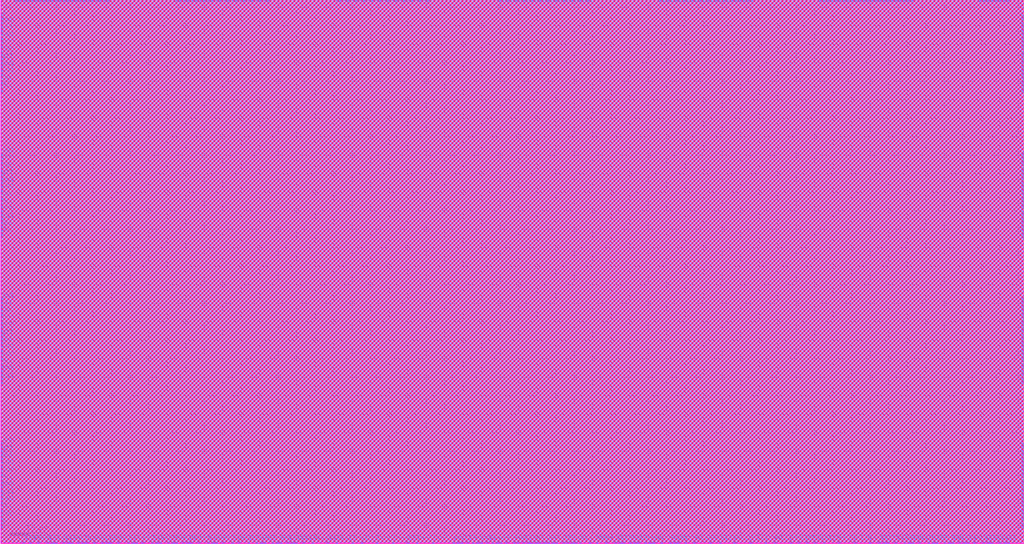
<source format=lef>
# 
#              Synchronous High Speed Single Port SRAM Compiler 
# 
#                    UMC 0.18um GenericII Logic Process
#    __________________________________________________________________________
# 
# 
#      (C) Copyright 2002-2009 Faraday Technology Corp. All Rights Reserved.
#    
#    This source code is an unpublished work belongs to Faraday Technology
#    Corp.  It is considered a trade secret and is not to be divulged or
#    used by parties who have not received written authorization from
#    Faraday Technology Corp.
#    
#    Faraday's home page can be found at:
#    http://www.faraday-tech.com/
#   
#       Module Name      : SRAM_small
#       Words            : 512
#       Bits             : 8
#       Byte-Write       : 4
#       Aspect Ratio     : 1
#       Output Loading   : 0.01  (pf)
#       Data Slew        : 0.02  (ns)
#       CK Slew          : 0.02  (ns)
#       Power Ring Width : 2  (um)
# 
# -----------------------------------------------------------------------------
# 
#       Library          : FSA0M_A
#       Memaker          : 200901.2.1
#       Date             : 2019/01/14 16:00:55
# 
# -----------------------------------------------------------------------------


NAMESCASESENSITIVE ON ;
MACRO SRAM_small
CLASS BLOCK ;
FOREIGN SRAM_small 0.000 0.000 ;
ORIGIN 0.000 0.000 ;
SIZE 553.040 BY 294.000 ;
SYMMETRY x y r90 ;
SITE core ;
PIN VCC
  DIRECTION INOUT ;
  USE POWER ;
  SHAPE ABUTMENT ;
 PORT
  LAYER ME4 ;
  RECT 551.920 282.580 553.040 285.820 ;
  LAYER ME3 ;
  RECT 551.920 282.580 553.040 285.820 ;
  LAYER ME2 ;
  RECT 551.920 282.580 553.040 285.820 ;
  LAYER ME1 ;
  RECT 551.920 282.580 553.040 285.820 ;
 END
 PORT
  LAYER ME4 ;
  RECT 551.920 274.740 553.040 277.980 ;
  LAYER ME3 ;
  RECT 551.920 274.740 553.040 277.980 ;
  LAYER ME2 ;
  RECT 551.920 274.740 553.040 277.980 ;
  LAYER ME1 ;
  RECT 551.920 274.740 553.040 277.980 ;
 END
 PORT
  LAYER ME4 ;
  RECT 551.920 266.900 553.040 270.140 ;
  LAYER ME3 ;
  RECT 551.920 266.900 553.040 270.140 ;
  LAYER ME2 ;
  RECT 551.920 266.900 553.040 270.140 ;
  LAYER ME1 ;
  RECT 551.920 266.900 553.040 270.140 ;
 END
 PORT
  LAYER ME4 ;
  RECT 551.920 259.060 553.040 262.300 ;
  LAYER ME3 ;
  RECT 551.920 259.060 553.040 262.300 ;
  LAYER ME2 ;
  RECT 551.920 259.060 553.040 262.300 ;
  LAYER ME1 ;
  RECT 551.920 259.060 553.040 262.300 ;
 END
 PORT
  LAYER ME4 ;
  RECT 551.920 251.220 553.040 254.460 ;
  LAYER ME3 ;
  RECT 551.920 251.220 553.040 254.460 ;
  LAYER ME2 ;
  RECT 551.920 251.220 553.040 254.460 ;
  LAYER ME1 ;
  RECT 551.920 251.220 553.040 254.460 ;
 END
 PORT
  LAYER ME4 ;
  RECT 551.920 243.380 553.040 246.620 ;
  LAYER ME3 ;
  RECT 551.920 243.380 553.040 246.620 ;
  LAYER ME2 ;
  RECT 551.920 243.380 553.040 246.620 ;
  LAYER ME1 ;
  RECT 551.920 243.380 553.040 246.620 ;
 END
 PORT
  LAYER ME4 ;
  RECT 551.920 204.180 553.040 207.420 ;
  LAYER ME3 ;
  RECT 551.920 204.180 553.040 207.420 ;
  LAYER ME2 ;
  RECT 551.920 204.180 553.040 207.420 ;
  LAYER ME1 ;
  RECT 551.920 204.180 553.040 207.420 ;
 END
 PORT
  LAYER ME4 ;
  RECT 551.920 196.340 553.040 199.580 ;
  LAYER ME3 ;
  RECT 551.920 196.340 553.040 199.580 ;
  LAYER ME2 ;
  RECT 551.920 196.340 553.040 199.580 ;
  LAYER ME1 ;
  RECT 551.920 196.340 553.040 199.580 ;
 END
 PORT
  LAYER ME4 ;
  RECT 551.920 188.500 553.040 191.740 ;
  LAYER ME3 ;
  RECT 551.920 188.500 553.040 191.740 ;
  LAYER ME2 ;
  RECT 551.920 188.500 553.040 191.740 ;
  LAYER ME1 ;
  RECT 551.920 188.500 553.040 191.740 ;
 END
 PORT
  LAYER ME4 ;
  RECT 551.920 180.660 553.040 183.900 ;
  LAYER ME3 ;
  RECT 551.920 180.660 553.040 183.900 ;
  LAYER ME2 ;
  RECT 551.920 180.660 553.040 183.900 ;
  LAYER ME1 ;
  RECT 551.920 180.660 553.040 183.900 ;
 END
 PORT
  LAYER ME4 ;
  RECT 551.920 172.820 553.040 176.060 ;
  LAYER ME3 ;
  RECT 551.920 172.820 553.040 176.060 ;
  LAYER ME2 ;
  RECT 551.920 172.820 553.040 176.060 ;
  LAYER ME1 ;
  RECT 551.920 172.820 553.040 176.060 ;
 END
 PORT
  LAYER ME4 ;
  RECT 551.920 164.980 553.040 168.220 ;
  LAYER ME3 ;
  RECT 551.920 164.980 553.040 168.220 ;
  LAYER ME2 ;
  RECT 551.920 164.980 553.040 168.220 ;
  LAYER ME1 ;
  RECT 551.920 164.980 553.040 168.220 ;
 END
 PORT
  LAYER ME4 ;
  RECT 551.920 125.780 553.040 129.020 ;
  LAYER ME3 ;
  RECT 551.920 125.780 553.040 129.020 ;
  LAYER ME2 ;
  RECT 551.920 125.780 553.040 129.020 ;
  LAYER ME1 ;
  RECT 551.920 125.780 553.040 129.020 ;
 END
 PORT
  LAYER ME4 ;
  RECT 551.920 117.940 553.040 121.180 ;
  LAYER ME3 ;
  RECT 551.920 117.940 553.040 121.180 ;
  LAYER ME2 ;
  RECT 551.920 117.940 553.040 121.180 ;
  LAYER ME1 ;
  RECT 551.920 117.940 553.040 121.180 ;
 END
 PORT
  LAYER ME4 ;
  RECT 551.920 110.100 553.040 113.340 ;
  LAYER ME3 ;
  RECT 551.920 110.100 553.040 113.340 ;
  LAYER ME2 ;
  RECT 551.920 110.100 553.040 113.340 ;
  LAYER ME1 ;
  RECT 551.920 110.100 553.040 113.340 ;
 END
 PORT
  LAYER ME4 ;
  RECT 551.920 102.260 553.040 105.500 ;
  LAYER ME3 ;
  RECT 551.920 102.260 553.040 105.500 ;
  LAYER ME2 ;
  RECT 551.920 102.260 553.040 105.500 ;
  LAYER ME1 ;
  RECT 551.920 102.260 553.040 105.500 ;
 END
 PORT
  LAYER ME4 ;
  RECT 551.920 94.420 553.040 97.660 ;
  LAYER ME3 ;
  RECT 551.920 94.420 553.040 97.660 ;
  LAYER ME2 ;
  RECT 551.920 94.420 553.040 97.660 ;
  LAYER ME1 ;
  RECT 551.920 94.420 553.040 97.660 ;
 END
 PORT
  LAYER ME4 ;
  RECT 551.920 86.580 553.040 89.820 ;
  LAYER ME3 ;
  RECT 551.920 86.580 553.040 89.820 ;
  LAYER ME2 ;
  RECT 551.920 86.580 553.040 89.820 ;
  LAYER ME1 ;
  RECT 551.920 86.580 553.040 89.820 ;
 END
 PORT
  LAYER ME4 ;
  RECT 551.920 47.380 553.040 50.620 ;
  LAYER ME3 ;
  RECT 551.920 47.380 553.040 50.620 ;
  LAYER ME2 ;
  RECT 551.920 47.380 553.040 50.620 ;
  LAYER ME1 ;
  RECT 551.920 47.380 553.040 50.620 ;
 END
 PORT
  LAYER ME4 ;
  RECT 551.920 39.540 553.040 42.780 ;
  LAYER ME3 ;
  RECT 551.920 39.540 553.040 42.780 ;
  LAYER ME2 ;
  RECT 551.920 39.540 553.040 42.780 ;
  LAYER ME1 ;
  RECT 551.920 39.540 553.040 42.780 ;
 END
 PORT
  LAYER ME4 ;
  RECT 551.920 31.700 553.040 34.940 ;
  LAYER ME3 ;
  RECT 551.920 31.700 553.040 34.940 ;
  LAYER ME2 ;
  RECT 551.920 31.700 553.040 34.940 ;
  LAYER ME1 ;
  RECT 551.920 31.700 553.040 34.940 ;
 END
 PORT
  LAYER ME4 ;
  RECT 551.920 23.860 553.040 27.100 ;
  LAYER ME3 ;
  RECT 551.920 23.860 553.040 27.100 ;
  LAYER ME2 ;
  RECT 551.920 23.860 553.040 27.100 ;
  LAYER ME1 ;
  RECT 551.920 23.860 553.040 27.100 ;
 END
 PORT
  LAYER ME4 ;
  RECT 551.920 16.020 553.040 19.260 ;
  LAYER ME3 ;
  RECT 551.920 16.020 553.040 19.260 ;
  LAYER ME2 ;
  RECT 551.920 16.020 553.040 19.260 ;
  LAYER ME1 ;
  RECT 551.920 16.020 553.040 19.260 ;
 END
 PORT
  LAYER ME4 ;
  RECT 551.920 8.180 553.040 11.420 ;
  LAYER ME3 ;
  RECT 551.920 8.180 553.040 11.420 ;
  LAYER ME2 ;
  RECT 551.920 8.180 553.040 11.420 ;
  LAYER ME1 ;
  RECT 551.920 8.180 553.040 11.420 ;
 END
 PORT
  LAYER ME4 ;
  RECT 0.000 282.580 1.120 285.820 ;
  LAYER ME3 ;
  RECT 0.000 282.580 1.120 285.820 ;
  LAYER ME2 ;
  RECT 0.000 282.580 1.120 285.820 ;
  LAYER ME1 ;
  RECT 0.000 282.580 1.120 285.820 ;
 END
 PORT
  LAYER ME4 ;
  RECT 0.000 274.740 1.120 277.980 ;
  LAYER ME3 ;
  RECT 0.000 274.740 1.120 277.980 ;
  LAYER ME2 ;
  RECT 0.000 274.740 1.120 277.980 ;
  LAYER ME1 ;
  RECT 0.000 274.740 1.120 277.980 ;
 END
 PORT
  LAYER ME4 ;
  RECT 0.000 266.900 1.120 270.140 ;
  LAYER ME3 ;
  RECT 0.000 266.900 1.120 270.140 ;
  LAYER ME2 ;
  RECT 0.000 266.900 1.120 270.140 ;
  LAYER ME1 ;
  RECT 0.000 266.900 1.120 270.140 ;
 END
 PORT
  LAYER ME4 ;
  RECT 0.000 259.060 1.120 262.300 ;
  LAYER ME3 ;
  RECT 0.000 259.060 1.120 262.300 ;
  LAYER ME2 ;
  RECT 0.000 259.060 1.120 262.300 ;
  LAYER ME1 ;
  RECT 0.000 259.060 1.120 262.300 ;
 END
 PORT
  LAYER ME4 ;
  RECT 0.000 251.220 1.120 254.460 ;
  LAYER ME3 ;
  RECT 0.000 251.220 1.120 254.460 ;
  LAYER ME2 ;
  RECT 0.000 251.220 1.120 254.460 ;
  LAYER ME1 ;
  RECT 0.000 251.220 1.120 254.460 ;
 END
 PORT
  LAYER ME4 ;
  RECT 0.000 243.380 1.120 246.620 ;
  LAYER ME3 ;
  RECT 0.000 243.380 1.120 246.620 ;
  LAYER ME2 ;
  RECT 0.000 243.380 1.120 246.620 ;
  LAYER ME1 ;
  RECT 0.000 243.380 1.120 246.620 ;
 END
 PORT
  LAYER ME4 ;
  RECT 0.000 204.180 1.120 207.420 ;
  LAYER ME3 ;
  RECT 0.000 204.180 1.120 207.420 ;
  LAYER ME2 ;
  RECT 0.000 204.180 1.120 207.420 ;
  LAYER ME1 ;
  RECT 0.000 204.180 1.120 207.420 ;
 END
 PORT
  LAYER ME4 ;
  RECT 0.000 196.340 1.120 199.580 ;
  LAYER ME3 ;
  RECT 0.000 196.340 1.120 199.580 ;
  LAYER ME2 ;
  RECT 0.000 196.340 1.120 199.580 ;
  LAYER ME1 ;
  RECT 0.000 196.340 1.120 199.580 ;
 END
 PORT
  LAYER ME4 ;
  RECT 0.000 188.500 1.120 191.740 ;
  LAYER ME3 ;
  RECT 0.000 188.500 1.120 191.740 ;
  LAYER ME2 ;
  RECT 0.000 188.500 1.120 191.740 ;
  LAYER ME1 ;
  RECT 0.000 188.500 1.120 191.740 ;
 END
 PORT
  LAYER ME4 ;
  RECT 0.000 180.660 1.120 183.900 ;
  LAYER ME3 ;
  RECT 0.000 180.660 1.120 183.900 ;
  LAYER ME2 ;
  RECT 0.000 180.660 1.120 183.900 ;
  LAYER ME1 ;
  RECT 0.000 180.660 1.120 183.900 ;
 END
 PORT
  LAYER ME4 ;
  RECT 0.000 172.820 1.120 176.060 ;
  LAYER ME3 ;
  RECT 0.000 172.820 1.120 176.060 ;
  LAYER ME2 ;
  RECT 0.000 172.820 1.120 176.060 ;
  LAYER ME1 ;
  RECT 0.000 172.820 1.120 176.060 ;
 END
 PORT
  LAYER ME4 ;
  RECT 0.000 164.980 1.120 168.220 ;
  LAYER ME3 ;
  RECT 0.000 164.980 1.120 168.220 ;
  LAYER ME2 ;
  RECT 0.000 164.980 1.120 168.220 ;
  LAYER ME1 ;
  RECT 0.000 164.980 1.120 168.220 ;
 END
 PORT
  LAYER ME4 ;
  RECT 0.000 125.780 1.120 129.020 ;
  LAYER ME3 ;
  RECT 0.000 125.780 1.120 129.020 ;
  LAYER ME2 ;
  RECT 0.000 125.780 1.120 129.020 ;
  LAYER ME1 ;
  RECT 0.000 125.780 1.120 129.020 ;
 END
 PORT
  LAYER ME4 ;
  RECT 0.000 117.940 1.120 121.180 ;
  LAYER ME3 ;
  RECT 0.000 117.940 1.120 121.180 ;
  LAYER ME2 ;
  RECT 0.000 117.940 1.120 121.180 ;
  LAYER ME1 ;
  RECT 0.000 117.940 1.120 121.180 ;
 END
 PORT
  LAYER ME4 ;
  RECT 0.000 110.100 1.120 113.340 ;
  LAYER ME3 ;
  RECT 0.000 110.100 1.120 113.340 ;
  LAYER ME2 ;
  RECT 0.000 110.100 1.120 113.340 ;
  LAYER ME1 ;
  RECT 0.000 110.100 1.120 113.340 ;
 END
 PORT
  LAYER ME4 ;
  RECT 0.000 102.260 1.120 105.500 ;
  LAYER ME3 ;
  RECT 0.000 102.260 1.120 105.500 ;
  LAYER ME2 ;
  RECT 0.000 102.260 1.120 105.500 ;
  LAYER ME1 ;
  RECT 0.000 102.260 1.120 105.500 ;
 END
 PORT
  LAYER ME4 ;
  RECT 0.000 94.420 1.120 97.660 ;
  LAYER ME3 ;
  RECT 0.000 94.420 1.120 97.660 ;
  LAYER ME2 ;
  RECT 0.000 94.420 1.120 97.660 ;
  LAYER ME1 ;
  RECT 0.000 94.420 1.120 97.660 ;
 END
 PORT
  LAYER ME4 ;
  RECT 0.000 86.580 1.120 89.820 ;
  LAYER ME3 ;
  RECT 0.000 86.580 1.120 89.820 ;
  LAYER ME2 ;
  RECT 0.000 86.580 1.120 89.820 ;
  LAYER ME1 ;
  RECT 0.000 86.580 1.120 89.820 ;
 END
 PORT
  LAYER ME4 ;
  RECT 0.000 47.380 1.120 50.620 ;
  LAYER ME3 ;
  RECT 0.000 47.380 1.120 50.620 ;
  LAYER ME2 ;
  RECT 0.000 47.380 1.120 50.620 ;
  LAYER ME1 ;
  RECT 0.000 47.380 1.120 50.620 ;
 END
 PORT
  LAYER ME4 ;
  RECT 0.000 39.540 1.120 42.780 ;
  LAYER ME3 ;
  RECT 0.000 39.540 1.120 42.780 ;
  LAYER ME2 ;
  RECT 0.000 39.540 1.120 42.780 ;
  LAYER ME1 ;
  RECT 0.000 39.540 1.120 42.780 ;
 END
 PORT
  LAYER ME4 ;
  RECT 0.000 31.700 1.120 34.940 ;
  LAYER ME3 ;
  RECT 0.000 31.700 1.120 34.940 ;
  LAYER ME2 ;
  RECT 0.000 31.700 1.120 34.940 ;
  LAYER ME1 ;
  RECT 0.000 31.700 1.120 34.940 ;
 END
 PORT
  LAYER ME4 ;
  RECT 0.000 23.860 1.120 27.100 ;
  LAYER ME3 ;
  RECT 0.000 23.860 1.120 27.100 ;
  LAYER ME2 ;
  RECT 0.000 23.860 1.120 27.100 ;
  LAYER ME1 ;
  RECT 0.000 23.860 1.120 27.100 ;
 END
 PORT
  LAYER ME4 ;
  RECT 0.000 16.020 1.120 19.260 ;
  LAYER ME3 ;
  RECT 0.000 16.020 1.120 19.260 ;
  LAYER ME2 ;
  RECT 0.000 16.020 1.120 19.260 ;
  LAYER ME1 ;
  RECT 0.000 16.020 1.120 19.260 ;
 END
 PORT
  LAYER ME4 ;
  RECT 0.000 8.180 1.120 11.420 ;
  LAYER ME3 ;
  RECT 0.000 8.180 1.120 11.420 ;
  LAYER ME2 ;
  RECT 0.000 8.180 1.120 11.420 ;
  LAYER ME1 ;
  RECT 0.000 8.180 1.120 11.420 ;
 END
 PORT
  LAYER ME4 ;
  RECT 537.320 292.880 540.860 294.000 ;
  LAYER ME3 ;
  RECT 537.320 292.880 540.860 294.000 ;
  LAYER ME2 ;
  RECT 537.320 292.880 540.860 294.000 ;
  LAYER ME1 ;
  RECT 537.320 292.880 540.860 294.000 ;
 END
 PORT
  LAYER ME4 ;
  RECT 528.640 292.880 532.180 294.000 ;
  LAYER ME3 ;
  RECT 528.640 292.880 532.180 294.000 ;
  LAYER ME2 ;
  RECT 528.640 292.880 532.180 294.000 ;
  LAYER ME1 ;
  RECT 528.640 292.880 532.180 294.000 ;
 END
 PORT
  LAYER ME4 ;
  RECT 485.240 292.880 488.780 294.000 ;
  LAYER ME3 ;
  RECT 485.240 292.880 488.780 294.000 ;
  LAYER ME2 ;
  RECT 485.240 292.880 488.780 294.000 ;
  LAYER ME1 ;
  RECT 485.240 292.880 488.780 294.000 ;
 END
 PORT
  LAYER ME4 ;
  RECT 476.560 292.880 480.100 294.000 ;
  LAYER ME3 ;
  RECT 476.560 292.880 480.100 294.000 ;
  LAYER ME2 ;
  RECT 476.560 292.880 480.100 294.000 ;
  LAYER ME1 ;
  RECT 476.560 292.880 480.100 294.000 ;
 END
 PORT
  LAYER ME4 ;
  RECT 467.880 292.880 471.420 294.000 ;
  LAYER ME3 ;
  RECT 467.880 292.880 471.420 294.000 ;
  LAYER ME2 ;
  RECT 467.880 292.880 471.420 294.000 ;
  LAYER ME1 ;
  RECT 467.880 292.880 471.420 294.000 ;
 END
 PORT
  LAYER ME4 ;
  RECT 459.200 292.880 462.740 294.000 ;
  LAYER ME3 ;
  RECT 459.200 292.880 462.740 294.000 ;
  LAYER ME2 ;
  RECT 459.200 292.880 462.740 294.000 ;
  LAYER ME1 ;
  RECT 459.200 292.880 462.740 294.000 ;
 END
 PORT
  LAYER ME4 ;
  RECT 450.520 292.880 454.060 294.000 ;
  LAYER ME3 ;
  RECT 450.520 292.880 454.060 294.000 ;
  LAYER ME2 ;
  RECT 450.520 292.880 454.060 294.000 ;
  LAYER ME1 ;
  RECT 450.520 292.880 454.060 294.000 ;
 END
 PORT
  LAYER ME4 ;
  RECT 441.840 292.880 445.380 294.000 ;
  LAYER ME3 ;
  RECT 441.840 292.880 445.380 294.000 ;
  LAYER ME2 ;
  RECT 441.840 292.880 445.380 294.000 ;
  LAYER ME1 ;
  RECT 441.840 292.880 445.380 294.000 ;
 END
 PORT
  LAYER ME4 ;
  RECT 398.440 292.880 401.980 294.000 ;
  LAYER ME3 ;
  RECT 398.440 292.880 401.980 294.000 ;
  LAYER ME2 ;
  RECT 398.440 292.880 401.980 294.000 ;
  LAYER ME1 ;
  RECT 398.440 292.880 401.980 294.000 ;
 END
 PORT
  LAYER ME4 ;
  RECT 389.760 292.880 393.300 294.000 ;
  LAYER ME3 ;
  RECT 389.760 292.880 393.300 294.000 ;
  LAYER ME2 ;
  RECT 389.760 292.880 393.300 294.000 ;
  LAYER ME1 ;
  RECT 389.760 292.880 393.300 294.000 ;
 END
 PORT
  LAYER ME4 ;
  RECT 381.080 292.880 384.620 294.000 ;
  LAYER ME3 ;
  RECT 381.080 292.880 384.620 294.000 ;
  LAYER ME2 ;
  RECT 381.080 292.880 384.620 294.000 ;
  LAYER ME1 ;
  RECT 381.080 292.880 384.620 294.000 ;
 END
 PORT
  LAYER ME4 ;
  RECT 372.400 292.880 375.940 294.000 ;
  LAYER ME3 ;
  RECT 372.400 292.880 375.940 294.000 ;
  LAYER ME2 ;
  RECT 372.400 292.880 375.940 294.000 ;
  LAYER ME1 ;
  RECT 372.400 292.880 375.940 294.000 ;
 END
 PORT
  LAYER ME4 ;
  RECT 363.720 292.880 367.260 294.000 ;
  LAYER ME3 ;
  RECT 363.720 292.880 367.260 294.000 ;
  LAYER ME2 ;
  RECT 363.720 292.880 367.260 294.000 ;
  LAYER ME1 ;
  RECT 363.720 292.880 367.260 294.000 ;
 END
 PORT
  LAYER ME4 ;
  RECT 355.040 292.880 358.580 294.000 ;
  LAYER ME3 ;
  RECT 355.040 292.880 358.580 294.000 ;
  LAYER ME2 ;
  RECT 355.040 292.880 358.580 294.000 ;
  LAYER ME1 ;
  RECT 355.040 292.880 358.580 294.000 ;
 END
 PORT
  LAYER ME4 ;
  RECT 311.640 292.880 315.180 294.000 ;
  LAYER ME3 ;
  RECT 311.640 292.880 315.180 294.000 ;
  LAYER ME2 ;
  RECT 311.640 292.880 315.180 294.000 ;
  LAYER ME1 ;
  RECT 311.640 292.880 315.180 294.000 ;
 END
 PORT
  LAYER ME4 ;
  RECT 302.960 292.880 306.500 294.000 ;
  LAYER ME3 ;
  RECT 302.960 292.880 306.500 294.000 ;
  LAYER ME2 ;
  RECT 302.960 292.880 306.500 294.000 ;
  LAYER ME1 ;
  RECT 302.960 292.880 306.500 294.000 ;
 END
 PORT
  LAYER ME4 ;
  RECT 294.280 292.880 297.820 294.000 ;
  LAYER ME3 ;
  RECT 294.280 292.880 297.820 294.000 ;
  LAYER ME2 ;
  RECT 294.280 292.880 297.820 294.000 ;
  LAYER ME1 ;
  RECT 294.280 292.880 297.820 294.000 ;
 END
 PORT
  LAYER ME4 ;
  RECT 285.600 292.880 289.140 294.000 ;
  LAYER ME3 ;
  RECT 285.600 292.880 289.140 294.000 ;
  LAYER ME2 ;
  RECT 285.600 292.880 289.140 294.000 ;
  LAYER ME1 ;
  RECT 285.600 292.880 289.140 294.000 ;
 END
 PORT
  LAYER ME4 ;
  RECT 276.920 292.880 280.460 294.000 ;
  LAYER ME3 ;
  RECT 276.920 292.880 280.460 294.000 ;
  LAYER ME2 ;
  RECT 276.920 292.880 280.460 294.000 ;
  LAYER ME1 ;
  RECT 276.920 292.880 280.460 294.000 ;
 END
 PORT
  LAYER ME4 ;
  RECT 268.240 292.880 271.780 294.000 ;
  LAYER ME3 ;
  RECT 268.240 292.880 271.780 294.000 ;
  LAYER ME2 ;
  RECT 268.240 292.880 271.780 294.000 ;
  LAYER ME1 ;
  RECT 268.240 292.880 271.780 294.000 ;
 END
 PORT
  LAYER ME4 ;
  RECT 224.840 292.880 228.380 294.000 ;
  LAYER ME3 ;
  RECT 224.840 292.880 228.380 294.000 ;
  LAYER ME2 ;
  RECT 224.840 292.880 228.380 294.000 ;
  LAYER ME1 ;
  RECT 224.840 292.880 228.380 294.000 ;
 END
 PORT
  LAYER ME4 ;
  RECT 216.160 292.880 219.700 294.000 ;
  LAYER ME3 ;
  RECT 216.160 292.880 219.700 294.000 ;
  LAYER ME2 ;
  RECT 216.160 292.880 219.700 294.000 ;
  LAYER ME1 ;
  RECT 216.160 292.880 219.700 294.000 ;
 END
 PORT
  LAYER ME4 ;
  RECT 207.480 292.880 211.020 294.000 ;
  LAYER ME3 ;
  RECT 207.480 292.880 211.020 294.000 ;
  LAYER ME2 ;
  RECT 207.480 292.880 211.020 294.000 ;
  LAYER ME1 ;
  RECT 207.480 292.880 211.020 294.000 ;
 END
 PORT
  LAYER ME4 ;
  RECT 198.800 292.880 202.340 294.000 ;
  LAYER ME3 ;
  RECT 198.800 292.880 202.340 294.000 ;
  LAYER ME2 ;
  RECT 198.800 292.880 202.340 294.000 ;
  LAYER ME1 ;
  RECT 198.800 292.880 202.340 294.000 ;
 END
 PORT
  LAYER ME4 ;
  RECT 190.120 292.880 193.660 294.000 ;
  LAYER ME3 ;
  RECT 190.120 292.880 193.660 294.000 ;
  LAYER ME2 ;
  RECT 190.120 292.880 193.660 294.000 ;
  LAYER ME1 ;
  RECT 190.120 292.880 193.660 294.000 ;
 END
 PORT
  LAYER ME4 ;
  RECT 181.440 292.880 184.980 294.000 ;
  LAYER ME3 ;
  RECT 181.440 292.880 184.980 294.000 ;
  LAYER ME2 ;
  RECT 181.440 292.880 184.980 294.000 ;
  LAYER ME1 ;
  RECT 181.440 292.880 184.980 294.000 ;
 END
 PORT
  LAYER ME4 ;
  RECT 138.040 292.880 141.580 294.000 ;
  LAYER ME3 ;
  RECT 138.040 292.880 141.580 294.000 ;
  LAYER ME2 ;
  RECT 138.040 292.880 141.580 294.000 ;
  LAYER ME1 ;
  RECT 138.040 292.880 141.580 294.000 ;
 END
 PORT
  LAYER ME4 ;
  RECT 129.360 292.880 132.900 294.000 ;
  LAYER ME3 ;
  RECT 129.360 292.880 132.900 294.000 ;
  LAYER ME2 ;
  RECT 129.360 292.880 132.900 294.000 ;
  LAYER ME1 ;
  RECT 129.360 292.880 132.900 294.000 ;
 END
 PORT
  LAYER ME4 ;
  RECT 120.680 292.880 124.220 294.000 ;
  LAYER ME3 ;
  RECT 120.680 292.880 124.220 294.000 ;
  LAYER ME2 ;
  RECT 120.680 292.880 124.220 294.000 ;
  LAYER ME1 ;
  RECT 120.680 292.880 124.220 294.000 ;
 END
 PORT
  LAYER ME4 ;
  RECT 112.000 292.880 115.540 294.000 ;
  LAYER ME3 ;
  RECT 112.000 292.880 115.540 294.000 ;
  LAYER ME2 ;
  RECT 112.000 292.880 115.540 294.000 ;
  LAYER ME1 ;
  RECT 112.000 292.880 115.540 294.000 ;
 END
 PORT
  LAYER ME4 ;
  RECT 103.320 292.880 106.860 294.000 ;
  LAYER ME3 ;
  RECT 103.320 292.880 106.860 294.000 ;
  LAYER ME2 ;
  RECT 103.320 292.880 106.860 294.000 ;
  LAYER ME1 ;
  RECT 103.320 292.880 106.860 294.000 ;
 END
 PORT
  LAYER ME4 ;
  RECT 94.640 292.880 98.180 294.000 ;
  LAYER ME3 ;
  RECT 94.640 292.880 98.180 294.000 ;
  LAYER ME2 ;
  RECT 94.640 292.880 98.180 294.000 ;
  LAYER ME1 ;
  RECT 94.640 292.880 98.180 294.000 ;
 END
 PORT
  LAYER ME4 ;
  RECT 51.240 292.880 54.780 294.000 ;
  LAYER ME3 ;
  RECT 51.240 292.880 54.780 294.000 ;
  LAYER ME2 ;
  RECT 51.240 292.880 54.780 294.000 ;
  LAYER ME1 ;
  RECT 51.240 292.880 54.780 294.000 ;
 END
 PORT
  LAYER ME4 ;
  RECT 42.560 292.880 46.100 294.000 ;
  LAYER ME3 ;
  RECT 42.560 292.880 46.100 294.000 ;
  LAYER ME2 ;
  RECT 42.560 292.880 46.100 294.000 ;
  LAYER ME1 ;
  RECT 42.560 292.880 46.100 294.000 ;
 END
 PORT
  LAYER ME4 ;
  RECT 33.880 292.880 37.420 294.000 ;
  LAYER ME3 ;
  RECT 33.880 292.880 37.420 294.000 ;
  LAYER ME2 ;
  RECT 33.880 292.880 37.420 294.000 ;
  LAYER ME1 ;
  RECT 33.880 292.880 37.420 294.000 ;
 END
 PORT
  LAYER ME4 ;
  RECT 25.200 292.880 28.740 294.000 ;
  LAYER ME3 ;
  RECT 25.200 292.880 28.740 294.000 ;
  LAYER ME2 ;
  RECT 25.200 292.880 28.740 294.000 ;
  LAYER ME1 ;
  RECT 25.200 292.880 28.740 294.000 ;
 END
 PORT
  LAYER ME4 ;
  RECT 16.520 292.880 20.060 294.000 ;
  LAYER ME3 ;
  RECT 16.520 292.880 20.060 294.000 ;
  LAYER ME2 ;
  RECT 16.520 292.880 20.060 294.000 ;
  LAYER ME1 ;
  RECT 16.520 292.880 20.060 294.000 ;
 END
 PORT
  LAYER ME4 ;
  RECT 7.840 292.880 11.380 294.000 ;
  LAYER ME3 ;
  RECT 7.840 292.880 11.380 294.000 ;
  LAYER ME2 ;
  RECT 7.840 292.880 11.380 294.000 ;
  LAYER ME1 ;
  RECT 7.840 292.880 11.380 294.000 ;
 END
 PORT
  LAYER ME4 ;
  RECT 541.660 0.000 545.200 1.120 ;
  LAYER ME3 ;
  RECT 541.660 0.000 545.200 1.120 ;
  LAYER ME2 ;
  RECT 541.660 0.000 545.200 1.120 ;
  LAYER ME1 ;
  RECT 541.660 0.000 545.200 1.120 ;
 END
 PORT
  LAYER ME4 ;
  RECT 519.960 0.000 523.500 1.120 ;
  LAYER ME3 ;
  RECT 519.960 0.000 523.500 1.120 ;
  LAYER ME2 ;
  RECT 519.960 0.000 523.500 1.120 ;
  LAYER ME1 ;
  RECT 519.960 0.000 523.500 1.120 ;
 END
 PORT
  LAYER ME4 ;
  RECT 503.220 0.000 506.760 1.120 ;
  LAYER ME3 ;
  RECT 503.220 0.000 506.760 1.120 ;
  LAYER ME2 ;
  RECT 503.220 0.000 506.760 1.120 ;
  LAYER ME1 ;
  RECT 503.220 0.000 506.760 1.120 ;
 END
 PORT
  LAYER ME4 ;
  RECT 476.560 0.000 480.100 1.120 ;
  LAYER ME3 ;
  RECT 476.560 0.000 480.100 1.120 ;
  LAYER ME2 ;
  RECT 476.560 0.000 480.100 1.120 ;
  LAYER ME1 ;
  RECT 476.560 0.000 480.100 1.120 ;
 END
 PORT
  LAYER ME4 ;
  RECT 350.080 0.000 353.620 1.120 ;
  LAYER ME3 ;
  RECT 350.080 0.000 353.620 1.120 ;
  LAYER ME2 ;
  RECT 350.080 0.000 353.620 1.120 ;
  LAYER ME1 ;
  RECT 350.080 0.000 353.620 1.120 ;
 END
 PORT
  LAYER ME4 ;
  RECT 333.960 0.000 337.500 1.120 ;
  LAYER ME3 ;
  RECT 333.960 0.000 337.500 1.120 ;
  LAYER ME2 ;
  RECT 333.960 0.000 337.500 1.120 ;
  LAYER ME1 ;
  RECT 333.960 0.000 337.500 1.120 ;
 END
 PORT
  LAYER ME4 ;
  RECT 297.380 0.000 300.920 1.120 ;
  LAYER ME3 ;
  RECT 297.380 0.000 300.920 1.120 ;
  LAYER ME2 ;
  RECT 297.380 0.000 300.920 1.120 ;
  LAYER ME1 ;
  RECT 297.380 0.000 300.920 1.120 ;
 END
 PORT
  LAYER ME4 ;
  RECT 288.700 0.000 292.240 1.120 ;
  LAYER ME3 ;
  RECT 288.700 0.000 292.240 1.120 ;
  LAYER ME2 ;
  RECT 288.700 0.000 292.240 1.120 ;
  LAYER ME1 ;
  RECT 288.700 0.000 292.240 1.120 ;
 END
 PORT
  LAYER ME4 ;
  RECT 267.620 0.000 271.160 1.120 ;
  LAYER ME3 ;
  RECT 267.620 0.000 271.160 1.120 ;
  LAYER ME2 ;
  RECT 267.620 0.000 271.160 1.120 ;
  LAYER ME1 ;
  RECT 267.620 0.000 271.160 1.120 ;
 END
 PORT
  LAYER ME4 ;
  RECT 246.540 0.000 250.080 1.120 ;
  LAYER ME3 ;
  RECT 246.540 0.000 250.080 1.120 ;
  LAYER ME2 ;
  RECT 246.540 0.000 250.080 1.120 ;
  LAYER ME1 ;
  RECT 246.540 0.000 250.080 1.120 ;
 END
 PORT
  LAYER ME4 ;
  RECT 148.580 0.000 152.120 1.120 ;
  LAYER ME3 ;
  RECT 148.580 0.000 152.120 1.120 ;
  LAYER ME2 ;
  RECT 148.580 0.000 152.120 1.120 ;
  LAYER ME1 ;
  RECT 148.580 0.000 152.120 1.120 ;
 END
 PORT
  LAYER ME4 ;
  RECT 113.860 0.000 117.400 1.120 ;
  LAYER ME3 ;
  RECT 113.860 0.000 117.400 1.120 ;
  LAYER ME2 ;
  RECT 113.860 0.000 117.400 1.120 ;
  LAYER ME1 ;
  RECT 113.860 0.000 117.400 1.120 ;
 END
 PORT
  LAYER ME4 ;
  RECT 92.160 0.000 95.700 1.120 ;
  LAYER ME3 ;
  RECT 92.160 0.000 95.700 1.120 ;
  LAYER ME2 ;
  RECT 92.160 0.000 95.700 1.120 ;
  LAYER ME1 ;
  RECT 92.160 0.000 95.700 1.120 ;
 END
 PORT
  LAYER ME4 ;
  RECT 70.460 0.000 74.000 1.120 ;
  LAYER ME3 ;
  RECT 70.460 0.000 74.000 1.120 ;
  LAYER ME2 ;
  RECT 70.460 0.000 74.000 1.120 ;
  LAYER ME1 ;
  RECT 70.460 0.000 74.000 1.120 ;
 END
 PORT
  LAYER ME4 ;
  RECT 43.800 0.000 47.340 1.120 ;
  LAYER ME3 ;
  RECT 43.800 0.000 47.340 1.120 ;
  LAYER ME2 ;
  RECT 43.800 0.000 47.340 1.120 ;
  LAYER ME1 ;
  RECT 43.800 0.000 47.340 1.120 ;
 END
 PORT
  LAYER ME4 ;
  RECT 27.060 0.000 30.600 1.120 ;
  LAYER ME3 ;
  RECT 27.060 0.000 30.600 1.120 ;
  LAYER ME2 ;
  RECT 27.060 0.000 30.600 1.120 ;
  LAYER ME1 ;
  RECT 27.060 0.000 30.600 1.120 ;
 END
END VCC
PIN GND
  DIRECTION INOUT ;
  USE GROUND ;
  SHAPE ABUTMENT ;
 PORT
  LAYER ME4 ;
  RECT 551.920 278.660 553.040 281.900 ;
  LAYER ME3 ;
  RECT 551.920 278.660 553.040 281.900 ;
  LAYER ME2 ;
  RECT 551.920 278.660 553.040 281.900 ;
  LAYER ME1 ;
  RECT 551.920 278.660 553.040 281.900 ;
 END
 PORT
  LAYER ME4 ;
  RECT 551.920 270.820 553.040 274.060 ;
  LAYER ME3 ;
  RECT 551.920 270.820 553.040 274.060 ;
  LAYER ME2 ;
  RECT 551.920 270.820 553.040 274.060 ;
  LAYER ME1 ;
  RECT 551.920 270.820 553.040 274.060 ;
 END
 PORT
  LAYER ME4 ;
  RECT 551.920 262.980 553.040 266.220 ;
  LAYER ME3 ;
  RECT 551.920 262.980 553.040 266.220 ;
  LAYER ME2 ;
  RECT 551.920 262.980 553.040 266.220 ;
  LAYER ME1 ;
  RECT 551.920 262.980 553.040 266.220 ;
 END
 PORT
  LAYER ME4 ;
  RECT 551.920 255.140 553.040 258.380 ;
  LAYER ME3 ;
  RECT 551.920 255.140 553.040 258.380 ;
  LAYER ME2 ;
  RECT 551.920 255.140 553.040 258.380 ;
  LAYER ME1 ;
  RECT 551.920 255.140 553.040 258.380 ;
 END
 PORT
  LAYER ME4 ;
  RECT 551.920 247.300 553.040 250.540 ;
  LAYER ME3 ;
  RECT 551.920 247.300 553.040 250.540 ;
  LAYER ME2 ;
  RECT 551.920 247.300 553.040 250.540 ;
  LAYER ME1 ;
  RECT 551.920 247.300 553.040 250.540 ;
 END
 PORT
  LAYER ME4 ;
  RECT 551.920 208.100 553.040 211.340 ;
  LAYER ME3 ;
  RECT 551.920 208.100 553.040 211.340 ;
  LAYER ME2 ;
  RECT 551.920 208.100 553.040 211.340 ;
  LAYER ME1 ;
  RECT 551.920 208.100 553.040 211.340 ;
 END
 PORT
  LAYER ME4 ;
  RECT 551.920 200.260 553.040 203.500 ;
  LAYER ME3 ;
  RECT 551.920 200.260 553.040 203.500 ;
  LAYER ME2 ;
  RECT 551.920 200.260 553.040 203.500 ;
  LAYER ME1 ;
  RECT 551.920 200.260 553.040 203.500 ;
 END
 PORT
  LAYER ME4 ;
  RECT 551.920 192.420 553.040 195.660 ;
  LAYER ME3 ;
  RECT 551.920 192.420 553.040 195.660 ;
  LAYER ME2 ;
  RECT 551.920 192.420 553.040 195.660 ;
  LAYER ME1 ;
  RECT 551.920 192.420 553.040 195.660 ;
 END
 PORT
  LAYER ME4 ;
  RECT 551.920 184.580 553.040 187.820 ;
  LAYER ME3 ;
  RECT 551.920 184.580 553.040 187.820 ;
  LAYER ME2 ;
  RECT 551.920 184.580 553.040 187.820 ;
  LAYER ME1 ;
  RECT 551.920 184.580 553.040 187.820 ;
 END
 PORT
  LAYER ME4 ;
  RECT 551.920 176.740 553.040 179.980 ;
  LAYER ME3 ;
  RECT 551.920 176.740 553.040 179.980 ;
  LAYER ME2 ;
  RECT 551.920 176.740 553.040 179.980 ;
  LAYER ME1 ;
  RECT 551.920 176.740 553.040 179.980 ;
 END
 PORT
  LAYER ME4 ;
  RECT 551.920 168.900 553.040 172.140 ;
  LAYER ME3 ;
  RECT 551.920 168.900 553.040 172.140 ;
  LAYER ME2 ;
  RECT 551.920 168.900 553.040 172.140 ;
  LAYER ME1 ;
  RECT 551.920 168.900 553.040 172.140 ;
 END
 PORT
  LAYER ME4 ;
  RECT 551.920 129.700 553.040 132.940 ;
  LAYER ME3 ;
  RECT 551.920 129.700 553.040 132.940 ;
  LAYER ME2 ;
  RECT 551.920 129.700 553.040 132.940 ;
  LAYER ME1 ;
  RECT 551.920 129.700 553.040 132.940 ;
 END
 PORT
  LAYER ME4 ;
  RECT 551.920 121.860 553.040 125.100 ;
  LAYER ME3 ;
  RECT 551.920 121.860 553.040 125.100 ;
  LAYER ME2 ;
  RECT 551.920 121.860 553.040 125.100 ;
  LAYER ME1 ;
  RECT 551.920 121.860 553.040 125.100 ;
 END
 PORT
  LAYER ME4 ;
  RECT 551.920 114.020 553.040 117.260 ;
  LAYER ME3 ;
  RECT 551.920 114.020 553.040 117.260 ;
  LAYER ME2 ;
  RECT 551.920 114.020 553.040 117.260 ;
  LAYER ME1 ;
  RECT 551.920 114.020 553.040 117.260 ;
 END
 PORT
  LAYER ME4 ;
  RECT 551.920 106.180 553.040 109.420 ;
  LAYER ME3 ;
  RECT 551.920 106.180 553.040 109.420 ;
  LAYER ME2 ;
  RECT 551.920 106.180 553.040 109.420 ;
  LAYER ME1 ;
  RECT 551.920 106.180 553.040 109.420 ;
 END
 PORT
  LAYER ME4 ;
  RECT 551.920 98.340 553.040 101.580 ;
  LAYER ME3 ;
  RECT 551.920 98.340 553.040 101.580 ;
  LAYER ME2 ;
  RECT 551.920 98.340 553.040 101.580 ;
  LAYER ME1 ;
  RECT 551.920 98.340 553.040 101.580 ;
 END
 PORT
  LAYER ME4 ;
  RECT 551.920 90.500 553.040 93.740 ;
  LAYER ME3 ;
  RECT 551.920 90.500 553.040 93.740 ;
  LAYER ME2 ;
  RECT 551.920 90.500 553.040 93.740 ;
  LAYER ME1 ;
  RECT 551.920 90.500 553.040 93.740 ;
 END
 PORT
  LAYER ME4 ;
  RECT 551.920 51.300 553.040 54.540 ;
  LAYER ME3 ;
  RECT 551.920 51.300 553.040 54.540 ;
  LAYER ME2 ;
  RECT 551.920 51.300 553.040 54.540 ;
  LAYER ME1 ;
  RECT 551.920 51.300 553.040 54.540 ;
 END
 PORT
  LAYER ME4 ;
  RECT 551.920 43.460 553.040 46.700 ;
  LAYER ME3 ;
  RECT 551.920 43.460 553.040 46.700 ;
  LAYER ME2 ;
  RECT 551.920 43.460 553.040 46.700 ;
  LAYER ME1 ;
  RECT 551.920 43.460 553.040 46.700 ;
 END
 PORT
  LAYER ME4 ;
  RECT 551.920 35.620 553.040 38.860 ;
  LAYER ME3 ;
  RECT 551.920 35.620 553.040 38.860 ;
  LAYER ME2 ;
  RECT 551.920 35.620 553.040 38.860 ;
  LAYER ME1 ;
  RECT 551.920 35.620 553.040 38.860 ;
 END
 PORT
  LAYER ME4 ;
  RECT 551.920 27.780 553.040 31.020 ;
  LAYER ME3 ;
  RECT 551.920 27.780 553.040 31.020 ;
  LAYER ME2 ;
  RECT 551.920 27.780 553.040 31.020 ;
  LAYER ME1 ;
  RECT 551.920 27.780 553.040 31.020 ;
 END
 PORT
  LAYER ME4 ;
  RECT 551.920 19.940 553.040 23.180 ;
  LAYER ME3 ;
  RECT 551.920 19.940 553.040 23.180 ;
  LAYER ME2 ;
  RECT 551.920 19.940 553.040 23.180 ;
  LAYER ME1 ;
  RECT 551.920 19.940 553.040 23.180 ;
 END
 PORT
  LAYER ME4 ;
  RECT 551.920 12.100 553.040 15.340 ;
  LAYER ME3 ;
  RECT 551.920 12.100 553.040 15.340 ;
  LAYER ME2 ;
  RECT 551.920 12.100 553.040 15.340 ;
  LAYER ME1 ;
  RECT 551.920 12.100 553.040 15.340 ;
 END
 PORT
  LAYER ME4 ;
  RECT 0.000 278.660 1.120 281.900 ;
  LAYER ME3 ;
  RECT 0.000 278.660 1.120 281.900 ;
  LAYER ME2 ;
  RECT 0.000 278.660 1.120 281.900 ;
  LAYER ME1 ;
  RECT 0.000 278.660 1.120 281.900 ;
 END
 PORT
  LAYER ME4 ;
  RECT 0.000 270.820 1.120 274.060 ;
  LAYER ME3 ;
  RECT 0.000 270.820 1.120 274.060 ;
  LAYER ME2 ;
  RECT 0.000 270.820 1.120 274.060 ;
  LAYER ME1 ;
  RECT 0.000 270.820 1.120 274.060 ;
 END
 PORT
  LAYER ME4 ;
  RECT 0.000 262.980 1.120 266.220 ;
  LAYER ME3 ;
  RECT 0.000 262.980 1.120 266.220 ;
  LAYER ME2 ;
  RECT 0.000 262.980 1.120 266.220 ;
  LAYER ME1 ;
  RECT 0.000 262.980 1.120 266.220 ;
 END
 PORT
  LAYER ME4 ;
  RECT 0.000 255.140 1.120 258.380 ;
  LAYER ME3 ;
  RECT 0.000 255.140 1.120 258.380 ;
  LAYER ME2 ;
  RECT 0.000 255.140 1.120 258.380 ;
  LAYER ME1 ;
  RECT 0.000 255.140 1.120 258.380 ;
 END
 PORT
  LAYER ME4 ;
  RECT 0.000 247.300 1.120 250.540 ;
  LAYER ME3 ;
  RECT 0.000 247.300 1.120 250.540 ;
  LAYER ME2 ;
  RECT 0.000 247.300 1.120 250.540 ;
  LAYER ME1 ;
  RECT 0.000 247.300 1.120 250.540 ;
 END
 PORT
  LAYER ME4 ;
  RECT 0.000 208.100 1.120 211.340 ;
  LAYER ME3 ;
  RECT 0.000 208.100 1.120 211.340 ;
  LAYER ME2 ;
  RECT 0.000 208.100 1.120 211.340 ;
  LAYER ME1 ;
  RECT 0.000 208.100 1.120 211.340 ;
 END
 PORT
  LAYER ME4 ;
  RECT 0.000 200.260 1.120 203.500 ;
  LAYER ME3 ;
  RECT 0.000 200.260 1.120 203.500 ;
  LAYER ME2 ;
  RECT 0.000 200.260 1.120 203.500 ;
  LAYER ME1 ;
  RECT 0.000 200.260 1.120 203.500 ;
 END
 PORT
  LAYER ME4 ;
  RECT 0.000 192.420 1.120 195.660 ;
  LAYER ME3 ;
  RECT 0.000 192.420 1.120 195.660 ;
  LAYER ME2 ;
  RECT 0.000 192.420 1.120 195.660 ;
  LAYER ME1 ;
  RECT 0.000 192.420 1.120 195.660 ;
 END
 PORT
  LAYER ME4 ;
  RECT 0.000 184.580 1.120 187.820 ;
  LAYER ME3 ;
  RECT 0.000 184.580 1.120 187.820 ;
  LAYER ME2 ;
  RECT 0.000 184.580 1.120 187.820 ;
  LAYER ME1 ;
  RECT 0.000 184.580 1.120 187.820 ;
 END
 PORT
  LAYER ME4 ;
  RECT 0.000 176.740 1.120 179.980 ;
  LAYER ME3 ;
  RECT 0.000 176.740 1.120 179.980 ;
  LAYER ME2 ;
  RECT 0.000 176.740 1.120 179.980 ;
  LAYER ME1 ;
  RECT 0.000 176.740 1.120 179.980 ;
 END
 PORT
  LAYER ME4 ;
  RECT 0.000 168.900 1.120 172.140 ;
  LAYER ME3 ;
  RECT 0.000 168.900 1.120 172.140 ;
  LAYER ME2 ;
  RECT 0.000 168.900 1.120 172.140 ;
  LAYER ME1 ;
  RECT 0.000 168.900 1.120 172.140 ;
 END
 PORT
  LAYER ME4 ;
  RECT 0.000 129.700 1.120 132.940 ;
  LAYER ME3 ;
  RECT 0.000 129.700 1.120 132.940 ;
  LAYER ME2 ;
  RECT 0.000 129.700 1.120 132.940 ;
  LAYER ME1 ;
  RECT 0.000 129.700 1.120 132.940 ;
 END
 PORT
  LAYER ME4 ;
  RECT 0.000 121.860 1.120 125.100 ;
  LAYER ME3 ;
  RECT 0.000 121.860 1.120 125.100 ;
  LAYER ME2 ;
  RECT 0.000 121.860 1.120 125.100 ;
  LAYER ME1 ;
  RECT 0.000 121.860 1.120 125.100 ;
 END
 PORT
  LAYER ME4 ;
  RECT 0.000 114.020 1.120 117.260 ;
  LAYER ME3 ;
  RECT 0.000 114.020 1.120 117.260 ;
  LAYER ME2 ;
  RECT 0.000 114.020 1.120 117.260 ;
  LAYER ME1 ;
  RECT 0.000 114.020 1.120 117.260 ;
 END
 PORT
  LAYER ME4 ;
  RECT 0.000 106.180 1.120 109.420 ;
  LAYER ME3 ;
  RECT 0.000 106.180 1.120 109.420 ;
  LAYER ME2 ;
  RECT 0.000 106.180 1.120 109.420 ;
  LAYER ME1 ;
  RECT 0.000 106.180 1.120 109.420 ;
 END
 PORT
  LAYER ME4 ;
  RECT 0.000 98.340 1.120 101.580 ;
  LAYER ME3 ;
  RECT 0.000 98.340 1.120 101.580 ;
  LAYER ME2 ;
  RECT 0.000 98.340 1.120 101.580 ;
  LAYER ME1 ;
  RECT 0.000 98.340 1.120 101.580 ;
 END
 PORT
  LAYER ME4 ;
  RECT 0.000 90.500 1.120 93.740 ;
  LAYER ME3 ;
  RECT 0.000 90.500 1.120 93.740 ;
  LAYER ME2 ;
  RECT 0.000 90.500 1.120 93.740 ;
  LAYER ME1 ;
  RECT 0.000 90.500 1.120 93.740 ;
 END
 PORT
  LAYER ME4 ;
  RECT 0.000 51.300 1.120 54.540 ;
  LAYER ME3 ;
  RECT 0.000 51.300 1.120 54.540 ;
  LAYER ME2 ;
  RECT 0.000 51.300 1.120 54.540 ;
  LAYER ME1 ;
  RECT 0.000 51.300 1.120 54.540 ;
 END
 PORT
  LAYER ME4 ;
  RECT 0.000 43.460 1.120 46.700 ;
  LAYER ME3 ;
  RECT 0.000 43.460 1.120 46.700 ;
  LAYER ME2 ;
  RECT 0.000 43.460 1.120 46.700 ;
  LAYER ME1 ;
  RECT 0.000 43.460 1.120 46.700 ;
 END
 PORT
  LAYER ME4 ;
  RECT 0.000 35.620 1.120 38.860 ;
  LAYER ME3 ;
  RECT 0.000 35.620 1.120 38.860 ;
  LAYER ME2 ;
  RECT 0.000 35.620 1.120 38.860 ;
  LAYER ME1 ;
  RECT 0.000 35.620 1.120 38.860 ;
 END
 PORT
  LAYER ME4 ;
  RECT 0.000 27.780 1.120 31.020 ;
  LAYER ME3 ;
  RECT 0.000 27.780 1.120 31.020 ;
  LAYER ME2 ;
  RECT 0.000 27.780 1.120 31.020 ;
  LAYER ME1 ;
  RECT 0.000 27.780 1.120 31.020 ;
 END
 PORT
  LAYER ME4 ;
  RECT 0.000 19.940 1.120 23.180 ;
  LAYER ME3 ;
  RECT 0.000 19.940 1.120 23.180 ;
  LAYER ME2 ;
  RECT 0.000 19.940 1.120 23.180 ;
  LAYER ME1 ;
  RECT 0.000 19.940 1.120 23.180 ;
 END
 PORT
  LAYER ME4 ;
  RECT 0.000 12.100 1.120 15.340 ;
  LAYER ME3 ;
  RECT 0.000 12.100 1.120 15.340 ;
  LAYER ME2 ;
  RECT 0.000 12.100 1.120 15.340 ;
  LAYER ME1 ;
  RECT 0.000 12.100 1.120 15.340 ;
 END
 PORT
  LAYER ME4 ;
  RECT 541.660 292.880 545.200 294.000 ;
  LAYER ME3 ;
  RECT 541.660 292.880 545.200 294.000 ;
  LAYER ME2 ;
  RECT 541.660 292.880 545.200 294.000 ;
  LAYER ME1 ;
  RECT 541.660 292.880 545.200 294.000 ;
 END
 PORT
  LAYER ME4 ;
  RECT 532.980 292.880 536.520 294.000 ;
  LAYER ME3 ;
  RECT 532.980 292.880 536.520 294.000 ;
  LAYER ME2 ;
  RECT 532.980 292.880 536.520 294.000 ;
  LAYER ME1 ;
  RECT 532.980 292.880 536.520 294.000 ;
 END
 PORT
  LAYER ME4 ;
  RECT 489.580 292.880 493.120 294.000 ;
  LAYER ME3 ;
  RECT 489.580 292.880 493.120 294.000 ;
  LAYER ME2 ;
  RECT 489.580 292.880 493.120 294.000 ;
  LAYER ME1 ;
  RECT 489.580 292.880 493.120 294.000 ;
 END
 PORT
  LAYER ME4 ;
  RECT 480.900 292.880 484.440 294.000 ;
  LAYER ME3 ;
  RECT 480.900 292.880 484.440 294.000 ;
  LAYER ME2 ;
  RECT 480.900 292.880 484.440 294.000 ;
  LAYER ME1 ;
  RECT 480.900 292.880 484.440 294.000 ;
 END
 PORT
  LAYER ME4 ;
  RECT 472.220 292.880 475.760 294.000 ;
  LAYER ME3 ;
  RECT 472.220 292.880 475.760 294.000 ;
  LAYER ME2 ;
  RECT 472.220 292.880 475.760 294.000 ;
  LAYER ME1 ;
  RECT 472.220 292.880 475.760 294.000 ;
 END
 PORT
  LAYER ME4 ;
  RECT 463.540 292.880 467.080 294.000 ;
  LAYER ME3 ;
  RECT 463.540 292.880 467.080 294.000 ;
  LAYER ME2 ;
  RECT 463.540 292.880 467.080 294.000 ;
  LAYER ME1 ;
  RECT 463.540 292.880 467.080 294.000 ;
 END
 PORT
  LAYER ME4 ;
  RECT 454.860 292.880 458.400 294.000 ;
  LAYER ME3 ;
  RECT 454.860 292.880 458.400 294.000 ;
  LAYER ME2 ;
  RECT 454.860 292.880 458.400 294.000 ;
  LAYER ME1 ;
  RECT 454.860 292.880 458.400 294.000 ;
 END
 PORT
  LAYER ME4 ;
  RECT 446.180 292.880 449.720 294.000 ;
  LAYER ME3 ;
  RECT 446.180 292.880 449.720 294.000 ;
  LAYER ME2 ;
  RECT 446.180 292.880 449.720 294.000 ;
  LAYER ME1 ;
  RECT 446.180 292.880 449.720 294.000 ;
 END
 PORT
  LAYER ME4 ;
  RECT 402.780 292.880 406.320 294.000 ;
  LAYER ME3 ;
  RECT 402.780 292.880 406.320 294.000 ;
  LAYER ME2 ;
  RECT 402.780 292.880 406.320 294.000 ;
  LAYER ME1 ;
  RECT 402.780 292.880 406.320 294.000 ;
 END
 PORT
  LAYER ME4 ;
  RECT 394.100 292.880 397.640 294.000 ;
  LAYER ME3 ;
  RECT 394.100 292.880 397.640 294.000 ;
  LAYER ME2 ;
  RECT 394.100 292.880 397.640 294.000 ;
  LAYER ME1 ;
  RECT 394.100 292.880 397.640 294.000 ;
 END
 PORT
  LAYER ME4 ;
  RECT 385.420 292.880 388.960 294.000 ;
  LAYER ME3 ;
  RECT 385.420 292.880 388.960 294.000 ;
  LAYER ME2 ;
  RECT 385.420 292.880 388.960 294.000 ;
  LAYER ME1 ;
  RECT 385.420 292.880 388.960 294.000 ;
 END
 PORT
  LAYER ME4 ;
  RECT 376.740 292.880 380.280 294.000 ;
  LAYER ME3 ;
  RECT 376.740 292.880 380.280 294.000 ;
  LAYER ME2 ;
  RECT 376.740 292.880 380.280 294.000 ;
  LAYER ME1 ;
  RECT 376.740 292.880 380.280 294.000 ;
 END
 PORT
  LAYER ME4 ;
  RECT 368.060 292.880 371.600 294.000 ;
  LAYER ME3 ;
  RECT 368.060 292.880 371.600 294.000 ;
  LAYER ME2 ;
  RECT 368.060 292.880 371.600 294.000 ;
  LAYER ME1 ;
  RECT 368.060 292.880 371.600 294.000 ;
 END
 PORT
  LAYER ME4 ;
  RECT 359.380 292.880 362.920 294.000 ;
  LAYER ME3 ;
  RECT 359.380 292.880 362.920 294.000 ;
  LAYER ME2 ;
  RECT 359.380 292.880 362.920 294.000 ;
  LAYER ME1 ;
  RECT 359.380 292.880 362.920 294.000 ;
 END
 PORT
  LAYER ME4 ;
  RECT 315.980 292.880 319.520 294.000 ;
  LAYER ME3 ;
  RECT 315.980 292.880 319.520 294.000 ;
  LAYER ME2 ;
  RECT 315.980 292.880 319.520 294.000 ;
  LAYER ME1 ;
  RECT 315.980 292.880 319.520 294.000 ;
 END
 PORT
  LAYER ME4 ;
  RECT 307.300 292.880 310.840 294.000 ;
  LAYER ME3 ;
  RECT 307.300 292.880 310.840 294.000 ;
  LAYER ME2 ;
  RECT 307.300 292.880 310.840 294.000 ;
  LAYER ME1 ;
  RECT 307.300 292.880 310.840 294.000 ;
 END
 PORT
  LAYER ME4 ;
  RECT 298.620 292.880 302.160 294.000 ;
  LAYER ME3 ;
  RECT 298.620 292.880 302.160 294.000 ;
  LAYER ME2 ;
  RECT 298.620 292.880 302.160 294.000 ;
  LAYER ME1 ;
  RECT 298.620 292.880 302.160 294.000 ;
 END
 PORT
  LAYER ME4 ;
  RECT 289.940 292.880 293.480 294.000 ;
  LAYER ME3 ;
  RECT 289.940 292.880 293.480 294.000 ;
  LAYER ME2 ;
  RECT 289.940 292.880 293.480 294.000 ;
  LAYER ME1 ;
  RECT 289.940 292.880 293.480 294.000 ;
 END
 PORT
  LAYER ME4 ;
  RECT 281.260 292.880 284.800 294.000 ;
  LAYER ME3 ;
  RECT 281.260 292.880 284.800 294.000 ;
  LAYER ME2 ;
  RECT 281.260 292.880 284.800 294.000 ;
  LAYER ME1 ;
  RECT 281.260 292.880 284.800 294.000 ;
 END
 PORT
  LAYER ME4 ;
  RECT 272.580 292.880 276.120 294.000 ;
  LAYER ME3 ;
  RECT 272.580 292.880 276.120 294.000 ;
  LAYER ME2 ;
  RECT 272.580 292.880 276.120 294.000 ;
  LAYER ME1 ;
  RECT 272.580 292.880 276.120 294.000 ;
 END
 PORT
  LAYER ME4 ;
  RECT 229.180 292.880 232.720 294.000 ;
  LAYER ME3 ;
  RECT 229.180 292.880 232.720 294.000 ;
  LAYER ME2 ;
  RECT 229.180 292.880 232.720 294.000 ;
  LAYER ME1 ;
  RECT 229.180 292.880 232.720 294.000 ;
 END
 PORT
  LAYER ME4 ;
  RECT 220.500 292.880 224.040 294.000 ;
  LAYER ME3 ;
  RECT 220.500 292.880 224.040 294.000 ;
  LAYER ME2 ;
  RECT 220.500 292.880 224.040 294.000 ;
  LAYER ME1 ;
  RECT 220.500 292.880 224.040 294.000 ;
 END
 PORT
  LAYER ME4 ;
  RECT 211.820 292.880 215.360 294.000 ;
  LAYER ME3 ;
  RECT 211.820 292.880 215.360 294.000 ;
  LAYER ME2 ;
  RECT 211.820 292.880 215.360 294.000 ;
  LAYER ME1 ;
  RECT 211.820 292.880 215.360 294.000 ;
 END
 PORT
  LAYER ME4 ;
  RECT 203.140 292.880 206.680 294.000 ;
  LAYER ME3 ;
  RECT 203.140 292.880 206.680 294.000 ;
  LAYER ME2 ;
  RECT 203.140 292.880 206.680 294.000 ;
  LAYER ME1 ;
  RECT 203.140 292.880 206.680 294.000 ;
 END
 PORT
  LAYER ME4 ;
  RECT 194.460 292.880 198.000 294.000 ;
  LAYER ME3 ;
  RECT 194.460 292.880 198.000 294.000 ;
  LAYER ME2 ;
  RECT 194.460 292.880 198.000 294.000 ;
  LAYER ME1 ;
  RECT 194.460 292.880 198.000 294.000 ;
 END
 PORT
  LAYER ME4 ;
  RECT 185.780 292.880 189.320 294.000 ;
  LAYER ME3 ;
  RECT 185.780 292.880 189.320 294.000 ;
  LAYER ME2 ;
  RECT 185.780 292.880 189.320 294.000 ;
  LAYER ME1 ;
  RECT 185.780 292.880 189.320 294.000 ;
 END
 PORT
  LAYER ME4 ;
  RECT 142.380 292.880 145.920 294.000 ;
  LAYER ME3 ;
  RECT 142.380 292.880 145.920 294.000 ;
  LAYER ME2 ;
  RECT 142.380 292.880 145.920 294.000 ;
  LAYER ME1 ;
  RECT 142.380 292.880 145.920 294.000 ;
 END
 PORT
  LAYER ME4 ;
  RECT 133.700 292.880 137.240 294.000 ;
  LAYER ME3 ;
  RECT 133.700 292.880 137.240 294.000 ;
  LAYER ME2 ;
  RECT 133.700 292.880 137.240 294.000 ;
  LAYER ME1 ;
  RECT 133.700 292.880 137.240 294.000 ;
 END
 PORT
  LAYER ME4 ;
  RECT 125.020 292.880 128.560 294.000 ;
  LAYER ME3 ;
  RECT 125.020 292.880 128.560 294.000 ;
  LAYER ME2 ;
  RECT 125.020 292.880 128.560 294.000 ;
  LAYER ME1 ;
  RECT 125.020 292.880 128.560 294.000 ;
 END
 PORT
  LAYER ME4 ;
  RECT 116.340 292.880 119.880 294.000 ;
  LAYER ME3 ;
  RECT 116.340 292.880 119.880 294.000 ;
  LAYER ME2 ;
  RECT 116.340 292.880 119.880 294.000 ;
  LAYER ME1 ;
  RECT 116.340 292.880 119.880 294.000 ;
 END
 PORT
  LAYER ME4 ;
  RECT 107.660 292.880 111.200 294.000 ;
  LAYER ME3 ;
  RECT 107.660 292.880 111.200 294.000 ;
  LAYER ME2 ;
  RECT 107.660 292.880 111.200 294.000 ;
  LAYER ME1 ;
  RECT 107.660 292.880 111.200 294.000 ;
 END
 PORT
  LAYER ME4 ;
  RECT 98.980 292.880 102.520 294.000 ;
  LAYER ME3 ;
  RECT 98.980 292.880 102.520 294.000 ;
  LAYER ME2 ;
  RECT 98.980 292.880 102.520 294.000 ;
  LAYER ME1 ;
  RECT 98.980 292.880 102.520 294.000 ;
 END
 PORT
  LAYER ME4 ;
  RECT 55.580 292.880 59.120 294.000 ;
  LAYER ME3 ;
  RECT 55.580 292.880 59.120 294.000 ;
  LAYER ME2 ;
  RECT 55.580 292.880 59.120 294.000 ;
  LAYER ME1 ;
  RECT 55.580 292.880 59.120 294.000 ;
 END
 PORT
  LAYER ME4 ;
  RECT 46.900 292.880 50.440 294.000 ;
  LAYER ME3 ;
  RECT 46.900 292.880 50.440 294.000 ;
  LAYER ME2 ;
  RECT 46.900 292.880 50.440 294.000 ;
  LAYER ME1 ;
  RECT 46.900 292.880 50.440 294.000 ;
 END
 PORT
  LAYER ME4 ;
  RECT 38.220 292.880 41.760 294.000 ;
  LAYER ME3 ;
  RECT 38.220 292.880 41.760 294.000 ;
  LAYER ME2 ;
  RECT 38.220 292.880 41.760 294.000 ;
  LAYER ME1 ;
  RECT 38.220 292.880 41.760 294.000 ;
 END
 PORT
  LAYER ME4 ;
  RECT 29.540 292.880 33.080 294.000 ;
  LAYER ME3 ;
  RECT 29.540 292.880 33.080 294.000 ;
  LAYER ME2 ;
  RECT 29.540 292.880 33.080 294.000 ;
  LAYER ME1 ;
  RECT 29.540 292.880 33.080 294.000 ;
 END
 PORT
  LAYER ME4 ;
  RECT 20.860 292.880 24.400 294.000 ;
  LAYER ME3 ;
  RECT 20.860 292.880 24.400 294.000 ;
  LAYER ME2 ;
  RECT 20.860 292.880 24.400 294.000 ;
  LAYER ME1 ;
  RECT 20.860 292.880 24.400 294.000 ;
 END
 PORT
  LAYER ME4 ;
  RECT 12.180 292.880 15.720 294.000 ;
  LAYER ME3 ;
  RECT 12.180 292.880 15.720 294.000 ;
  LAYER ME2 ;
  RECT 12.180 292.880 15.720 294.000 ;
  LAYER ME1 ;
  RECT 12.180 292.880 15.720 294.000 ;
 END
 PORT
  LAYER ME4 ;
  RECT 532.980 0.000 536.520 1.120 ;
  LAYER ME3 ;
  RECT 532.980 0.000 536.520 1.120 ;
  LAYER ME2 ;
  RECT 532.980 0.000 536.520 1.120 ;
  LAYER ME1 ;
  RECT 532.980 0.000 536.520 1.120 ;
 END
 PORT
  LAYER ME4 ;
  RECT 511.900 0.000 515.440 1.120 ;
  LAYER ME3 ;
  RECT 511.900 0.000 515.440 1.120 ;
  LAYER ME2 ;
  RECT 511.900 0.000 515.440 1.120 ;
  LAYER ME1 ;
  RECT 511.900 0.000 515.440 1.120 ;
 END
 PORT
  LAYER ME4 ;
  RECT 490.200 0.000 493.740 1.120 ;
  LAYER ME3 ;
  RECT 490.200 0.000 493.740 1.120 ;
  LAYER ME2 ;
  RECT 490.200 0.000 493.740 1.120 ;
  LAYER ME1 ;
  RECT 490.200 0.000 493.740 1.120 ;
 END
 PORT
  LAYER ME4 ;
  RECT 363.720 0.000 367.260 1.120 ;
  LAYER ME3 ;
  RECT 363.720 0.000 367.260 1.120 ;
  LAYER ME2 ;
  RECT 363.720 0.000 367.260 1.120 ;
  LAYER ME1 ;
  RECT 363.720 0.000 367.260 1.120 ;
 END
 PORT
  LAYER ME4 ;
  RECT 342.020 0.000 345.560 1.120 ;
  LAYER ME3 ;
  RECT 342.020 0.000 345.560 1.120 ;
  LAYER ME2 ;
  RECT 342.020 0.000 345.560 1.120 ;
  LAYER ME1 ;
  RECT 342.020 0.000 345.560 1.120 ;
 END
 PORT
  LAYER ME4 ;
  RECT 307.920 0.000 311.460 1.120 ;
  LAYER ME3 ;
  RECT 307.920 0.000 311.460 1.120 ;
  LAYER ME2 ;
  RECT 307.920 0.000 311.460 1.120 ;
  LAYER ME1 ;
  RECT 307.920 0.000 311.460 1.120 ;
 END
 PORT
  LAYER ME4 ;
  RECT 293.040 0.000 296.580 1.120 ;
  LAYER ME3 ;
  RECT 293.040 0.000 296.580 1.120 ;
  LAYER ME2 ;
  RECT 293.040 0.000 296.580 1.120 ;
  LAYER ME1 ;
  RECT 293.040 0.000 296.580 1.120 ;
 END
 PORT
  LAYER ME4 ;
  RECT 284.360 0.000 287.900 1.120 ;
  LAYER ME3 ;
  RECT 284.360 0.000 287.900 1.120 ;
  LAYER ME2 ;
  RECT 284.360 0.000 287.900 1.120 ;
  LAYER ME1 ;
  RECT 284.360 0.000 287.900 1.120 ;
 END
 PORT
  LAYER ME4 ;
  RECT 257.080 0.000 260.620 1.120 ;
  LAYER ME3 ;
  RECT 257.080 0.000 260.620 1.120 ;
  LAYER ME2 ;
  RECT 257.080 0.000 260.620 1.120 ;
  LAYER ME1 ;
  RECT 257.080 0.000 260.620 1.120 ;
 END
 PORT
  LAYER ME4 ;
  RECT 156.640 0.000 160.180 1.120 ;
  LAYER ME3 ;
  RECT 156.640 0.000 160.180 1.120 ;
  LAYER ME2 ;
  RECT 156.640 0.000 160.180 1.120 ;
  LAYER ME1 ;
  RECT 156.640 0.000 160.180 1.120 ;
 END
 PORT
  LAYER ME4 ;
  RECT 139.900 0.000 143.440 1.120 ;
  LAYER ME3 ;
  RECT 139.900 0.000 143.440 1.120 ;
  LAYER ME2 ;
  RECT 139.900 0.000 143.440 1.120 ;
  LAYER ME1 ;
  RECT 139.900 0.000 143.440 1.120 ;
 END
 PORT
  LAYER ME4 ;
  RECT 100.220 0.000 103.760 1.120 ;
  LAYER ME3 ;
  RECT 100.220 0.000 103.760 1.120 ;
  LAYER ME2 ;
  RECT 100.220 0.000 103.760 1.120 ;
  LAYER ME1 ;
  RECT 100.220 0.000 103.760 1.120 ;
 END
 PORT
  LAYER ME4 ;
  RECT 83.480 0.000 87.020 1.120 ;
  LAYER ME3 ;
  RECT 83.480 0.000 87.020 1.120 ;
  LAYER ME2 ;
  RECT 83.480 0.000 87.020 1.120 ;
  LAYER ME1 ;
  RECT 83.480 0.000 87.020 1.120 ;
 END
 PORT
  LAYER ME4 ;
  RECT 56.820 0.000 60.360 1.120 ;
  LAYER ME3 ;
  RECT 56.820 0.000 60.360 1.120 ;
  LAYER ME2 ;
  RECT 56.820 0.000 60.360 1.120 ;
  LAYER ME1 ;
  RECT 56.820 0.000 60.360 1.120 ;
 END
 PORT
  LAYER ME4 ;
  RECT 35.740 0.000 39.280 1.120 ;
  LAYER ME3 ;
  RECT 35.740 0.000 39.280 1.120 ;
  LAYER ME2 ;
  RECT 35.740 0.000 39.280 1.120 ;
  LAYER ME1 ;
  RECT 35.740 0.000 39.280 1.120 ;
 END
END GND
PIN DO31
  DIRECTION OUTPUT ;
  CAPACITANCE 0.031 ;
 PORT
  LAYER ME4 ;
  RECT 539.460 0.000 540.580 1.120 ;
  LAYER ME3 ;
  RECT 539.460 0.000 540.580 1.120 ;
  LAYER ME2 ;
  RECT 539.460 0.000 540.580 1.120 ;
  LAYER ME1 ;
  RECT 539.460 0.000 540.580 1.120 ;
 END
END DO31
PIN DI31
  DIRECTION INPUT ;
  CAPACITANCE 0.012 ;
 PORT
  LAYER ME4 ;
  RECT 530.780 0.000 531.900 1.120 ;
  LAYER ME3 ;
  RECT 530.780 0.000 531.900 1.120 ;
  LAYER ME2 ;
  RECT 530.780 0.000 531.900 1.120 ;
  LAYER ME1 ;
  RECT 530.780 0.000 531.900 1.120 ;
 END
END DI31
PIN DO30
  DIRECTION OUTPUT ;
  CAPACITANCE 0.031 ;
 PORT
  LAYER ME4 ;
  RECT 525.820 0.000 526.940 1.120 ;
  LAYER ME3 ;
  RECT 525.820 0.000 526.940 1.120 ;
  LAYER ME2 ;
  RECT 525.820 0.000 526.940 1.120 ;
  LAYER ME1 ;
  RECT 525.820 0.000 526.940 1.120 ;
 END
END DO30
PIN DI30
  DIRECTION INPUT ;
  CAPACITANCE 0.012 ;
 PORT
  LAYER ME4 ;
  RECT 517.760 0.000 518.880 1.120 ;
  LAYER ME3 ;
  RECT 517.760 0.000 518.880 1.120 ;
  LAYER ME2 ;
  RECT 517.760 0.000 518.880 1.120 ;
  LAYER ME1 ;
  RECT 517.760 0.000 518.880 1.120 ;
 END
END DI30
PIN DO29
  DIRECTION OUTPUT ;
  CAPACITANCE 0.031 ;
 PORT
  LAYER ME4 ;
  RECT 509.700 0.000 510.820 1.120 ;
  LAYER ME3 ;
  RECT 509.700 0.000 510.820 1.120 ;
  LAYER ME2 ;
  RECT 509.700 0.000 510.820 1.120 ;
  LAYER ME1 ;
  RECT 509.700 0.000 510.820 1.120 ;
 END
END DO29
PIN DI29
  DIRECTION INPUT ;
  CAPACITANCE 0.012 ;
 PORT
  LAYER ME4 ;
  RECT 501.020 0.000 502.140 1.120 ;
  LAYER ME3 ;
  RECT 501.020 0.000 502.140 1.120 ;
  LAYER ME2 ;
  RECT 501.020 0.000 502.140 1.120 ;
  LAYER ME1 ;
  RECT 501.020 0.000 502.140 1.120 ;
 END
END DI29
PIN DO28
  DIRECTION OUTPUT ;
  CAPACITANCE 0.031 ;
 PORT
  LAYER ME4 ;
  RECT 496.060 0.000 497.180 1.120 ;
  LAYER ME3 ;
  RECT 496.060 0.000 497.180 1.120 ;
  LAYER ME2 ;
  RECT 496.060 0.000 497.180 1.120 ;
  LAYER ME1 ;
  RECT 496.060 0.000 497.180 1.120 ;
 END
END DO28
PIN DI28
  DIRECTION INPUT ;
  CAPACITANCE 0.012 ;
 PORT
  LAYER ME4 ;
  RECT 488.000 0.000 489.120 1.120 ;
  LAYER ME3 ;
  RECT 488.000 0.000 489.120 1.120 ;
  LAYER ME2 ;
  RECT 488.000 0.000 489.120 1.120 ;
  LAYER ME1 ;
  RECT 488.000 0.000 489.120 1.120 ;
 END
END DI28
PIN DO27
  DIRECTION OUTPUT ;
  CAPACITANCE 0.031 ;
 PORT
  LAYER ME4 ;
  RECT 483.040 0.000 484.160 1.120 ;
  LAYER ME3 ;
  RECT 483.040 0.000 484.160 1.120 ;
  LAYER ME2 ;
  RECT 483.040 0.000 484.160 1.120 ;
  LAYER ME1 ;
  RECT 483.040 0.000 484.160 1.120 ;
 END
END DO27
PIN DI27
  DIRECTION INPUT ;
  CAPACITANCE 0.012 ;
 PORT
  LAYER ME4 ;
  RECT 474.360 0.000 475.480 1.120 ;
  LAYER ME3 ;
  RECT 474.360 0.000 475.480 1.120 ;
  LAYER ME2 ;
  RECT 474.360 0.000 475.480 1.120 ;
  LAYER ME1 ;
  RECT 474.360 0.000 475.480 1.120 ;
 END
END DI27
PIN DO26
  DIRECTION OUTPUT ;
  CAPACITANCE 0.031 ;
 PORT
  LAYER ME4 ;
  RECT 469.400 0.000 470.520 1.120 ;
  LAYER ME3 ;
  RECT 469.400 0.000 470.520 1.120 ;
  LAYER ME2 ;
  RECT 469.400 0.000 470.520 1.120 ;
  LAYER ME1 ;
  RECT 469.400 0.000 470.520 1.120 ;
 END
END DO26
PIN DI26
  DIRECTION INPUT ;
  CAPACITANCE 0.012 ;
 PORT
  LAYER ME4 ;
  RECT 461.340 0.000 462.460 1.120 ;
  LAYER ME3 ;
  RECT 461.340 0.000 462.460 1.120 ;
  LAYER ME2 ;
  RECT 461.340 0.000 462.460 1.120 ;
  LAYER ME1 ;
  RECT 461.340 0.000 462.460 1.120 ;
 END
END DI26
PIN DO25
  DIRECTION OUTPUT ;
  CAPACITANCE 0.031 ;
 PORT
  LAYER ME4 ;
  RECT 452.660 0.000 453.780 1.120 ;
  LAYER ME3 ;
  RECT 452.660 0.000 453.780 1.120 ;
  LAYER ME2 ;
  RECT 452.660 0.000 453.780 1.120 ;
  LAYER ME1 ;
  RECT 452.660 0.000 453.780 1.120 ;
 END
END DO25
PIN DI25
  DIRECTION INPUT ;
  CAPACITANCE 0.012 ;
 PORT
  LAYER ME4 ;
  RECT 444.600 0.000 445.720 1.120 ;
  LAYER ME3 ;
  RECT 444.600 0.000 445.720 1.120 ;
  LAYER ME2 ;
  RECT 444.600 0.000 445.720 1.120 ;
  LAYER ME1 ;
  RECT 444.600 0.000 445.720 1.120 ;
 END
END DI25
PIN DO24
  DIRECTION OUTPUT ;
  CAPACITANCE 0.031 ;
 PORT
  LAYER ME4 ;
  RECT 439.640 0.000 440.760 1.120 ;
  LAYER ME3 ;
  RECT 439.640 0.000 440.760 1.120 ;
  LAYER ME2 ;
  RECT 439.640 0.000 440.760 1.120 ;
  LAYER ME1 ;
  RECT 439.640 0.000 440.760 1.120 ;
 END
END DO24
PIN WEB3
  DIRECTION INPUT ;
  CAPACITANCE 0.011 ;
 PORT
  LAYER ME4 ;
  RECT 435.300 0.000 436.420 1.120 ;
  LAYER ME3 ;
  RECT 435.300 0.000 436.420 1.120 ;
  LAYER ME2 ;
  RECT 435.300 0.000 436.420 1.120 ;
  LAYER ME1 ;
  RECT 435.300 0.000 436.420 1.120 ;
 END
END WEB3
PIN DI24
  DIRECTION INPUT ;
  CAPACITANCE 0.012 ;
 PORT
  LAYER ME4 ;
  RECT 430.960 0.000 432.080 1.120 ;
  LAYER ME3 ;
  RECT 430.960 0.000 432.080 1.120 ;
  LAYER ME2 ;
  RECT 430.960 0.000 432.080 1.120 ;
  LAYER ME1 ;
  RECT 430.960 0.000 432.080 1.120 ;
 END
END DI24
PIN DO23
  DIRECTION OUTPUT ;
  CAPACITANCE 0.031 ;
 PORT
  LAYER ME4 ;
  RECT 426.620 0.000 427.740 1.120 ;
  LAYER ME3 ;
  RECT 426.620 0.000 427.740 1.120 ;
  LAYER ME2 ;
  RECT 426.620 0.000 427.740 1.120 ;
  LAYER ME1 ;
  RECT 426.620 0.000 427.740 1.120 ;
 END
END DO23
PIN DI23
  DIRECTION INPUT ;
  CAPACITANCE 0.012 ;
 PORT
  LAYER ME4 ;
  RECT 417.940 0.000 419.060 1.120 ;
  LAYER ME3 ;
  RECT 417.940 0.000 419.060 1.120 ;
  LAYER ME2 ;
  RECT 417.940 0.000 419.060 1.120 ;
  LAYER ME1 ;
  RECT 417.940 0.000 419.060 1.120 ;
 END
END DI23
PIN DO22
  DIRECTION OUTPUT ;
  CAPACITANCE 0.031 ;
 PORT
  LAYER ME4 ;
  RECT 412.980 0.000 414.100 1.120 ;
  LAYER ME3 ;
  RECT 412.980 0.000 414.100 1.120 ;
  LAYER ME2 ;
  RECT 412.980 0.000 414.100 1.120 ;
  LAYER ME1 ;
  RECT 412.980 0.000 414.100 1.120 ;
 END
END DO22
PIN DI22
  DIRECTION INPUT ;
  CAPACITANCE 0.012 ;
 PORT
  LAYER ME4 ;
  RECT 404.920 0.000 406.040 1.120 ;
  LAYER ME3 ;
  RECT 404.920 0.000 406.040 1.120 ;
  LAYER ME2 ;
  RECT 404.920 0.000 406.040 1.120 ;
  LAYER ME1 ;
  RECT 404.920 0.000 406.040 1.120 ;
 END
END DI22
PIN DO21
  DIRECTION OUTPUT ;
  CAPACITANCE 0.031 ;
 PORT
  LAYER ME4 ;
  RECT 396.240 0.000 397.360 1.120 ;
  LAYER ME3 ;
  RECT 396.240 0.000 397.360 1.120 ;
  LAYER ME2 ;
  RECT 396.240 0.000 397.360 1.120 ;
  LAYER ME1 ;
  RECT 396.240 0.000 397.360 1.120 ;
 END
END DO21
PIN DI21
  DIRECTION INPUT ;
  CAPACITANCE 0.012 ;
 PORT
  LAYER ME4 ;
  RECT 388.180 0.000 389.300 1.120 ;
  LAYER ME3 ;
  RECT 388.180 0.000 389.300 1.120 ;
  LAYER ME2 ;
  RECT 388.180 0.000 389.300 1.120 ;
  LAYER ME1 ;
  RECT 388.180 0.000 389.300 1.120 ;
 END
END DI21
PIN DO20
  DIRECTION OUTPUT ;
  CAPACITANCE 0.031 ;
 PORT
  LAYER ME4 ;
  RECT 383.220 0.000 384.340 1.120 ;
  LAYER ME3 ;
  RECT 383.220 0.000 384.340 1.120 ;
  LAYER ME2 ;
  RECT 383.220 0.000 384.340 1.120 ;
  LAYER ME1 ;
  RECT 383.220 0.000 384.340 1.120 ;
 END
END DO20
PIN DI20
  DIRECTION INPUT ;
  CAPACITANCE 0.012 ;
 PORT
  LAYER ME4 ;
  RECT 374.540 0.000 375.660 1.120 ;
  LAYER ME3 ;
  RECT 374.540 0.000 375.660 1.120 ;
  LAYER ME2 ;
  RECT 374.540 0.000 375.660 1.120 ;
  LAYER ME1 ;
  RECT 374.540 0.000 375.660 1.120 ;
 END
END DI20
PIN DO19
  DIRECTION OUTPUT ;
  CAPACITANCE 0.031 ;
 PORT
  LAYER ME4 ;
  RECT 369.580 0.000 370.700 1.120 ;
  LAYER ME3 ;
  RECT 369.580 0.000 370.700 1.120 ;
  LAYER ME2 ;
  RECT 369.580 0.000 370.700 1.120 ;
  LAYER ME1 ;
  RECT 369.580 0.000 370.700 1.120 ;
 END
END DO19
PIN DI19
  DIRECTION INPUT ;
  CAPACITANCE 0.012 ;
 PORT
  LAYER ME4 ;
  RECT 361.520 0.000 362.640 1.120 ;
  LAYER ME3 ;
  RECT 361.520 0.000 362.640 1.120 ;
  LAYER ME2 ;
  RECT 361.520 0.000 362.640 1.120 ;
  LAYER ME1 ;
  RECT 361.520 0.000 362.640 1.120 ;
 END
END DI19
PIN DO18
  DIRECTION OUTPUT ;
  CAPACITANCE 0.031 ;
 PORT
  LAYER ME4 ;
  RECT 356.560 0.000 357.680 1.120 ;
  LAYER ME3 ;
  RECT 356.560 0.000 357.680 1.120 ;
  LAYER ME2 ;
  RECT 356.560 0.000 357.680 1.120 ;
  LAYER ME1 ;
  RECT 356.560 0.000 357.680 1.120 ;
 END
END DO18
PIN DI18
  DIRECTION INPUT ;
  CAPACITANCE 0.012 ;
 PORT
  LAYER ME4 ;
  RECT 347.880 0.000 349.000 1.120 ;
  LAYER ME3 ;
  RECT 347.880 0.000 349.000 1.120 ;
  LAYER ME2 ;
  RECT 347.880 0.000 349.000 1.120 ;
  LAYER ME1 ;
  RECT 347.880 0.000 349.000 1.120 ;
 END
END DI18
PIN DO17
  DIRECTION OUTPUT ;
  CAPACITANCE 0.031 ;
 PORT
  LAYER ME4 ;
  RECT 339.820 0.000 340.940 1.120 ;
  LAYER ME3 ;
  RECT 339.820 0.000 340.940 1.120 ;
  LAYER ME2 ;
  RECT 339.820 0.000 340.940 1.120 ;
  LAYER ME1 ;
  RECT 339.820 0.000 340.940 1.120 ;
 END
END DO17
PIN DI17
  DIRECTION INPUT ;
  CAPACITANCE 0.012 ;
 PORT
  LAYER ME4 ;
  RECT 331.760 0.000 332.880 1.120 ;
  LAYER ME3 ;
  RECT 331.760 0.000 332.880 1.120 ;
  LAYER ME2 ;
  RECT 331.760 0.000 332.880 1.120 ;
  LAYER ME1 ;
  RECT 331.760 0.000 332.880 1.120 ;
 END
END DI17
PIN DO16
  DIRECTION OUTPUT ;
  CAPACITANCE 0.031 ;
 PORT
  LAYER ME4 ;
  RECT 326.800 0.000 327.920 1.120 ;
  LAYER ME3 ;
  RECT 326.800 0.000 327.920 1.120 ;
  LAYER ME2 ;
  RECT 326.800 0.000 327.920 1.120 ;
  LAYER ME1 ;
  RECT 326.800 0.000 327.920 1.120 ;
 END
END DO16
PIN WEB2
  DIRECTION INPUT ;
  CAPACITANCE 0.011 ;
 PORT
  LAYER ME4 ;
  RECT 321.840 0.000 322.960 1.120 ;
  LAYER ME3 ;
  RECT 321.840 0.000 322.960 1.120 ;
  LAYER ME2 ;
  RECT 321.840 0.000 322.960 1.120 ;
  LAYER ME1 ;
  RECT 321.840 0.000 322.960 1.120 ;
 END
END WEB2
PIN DI16
  DIRECTION INPUT ;
  CAPACITANCE 0.012 ;
 PORT
  LAYER ME4 ;
  RECT 318.120 0.000 319.240 1.120 ;
  LAYER ME3 ;
  RECT 318.120 0.000 319.240 1.120 ;
  LAYER ME2 ;
  RECT 318.120 0.000 319.240 1.120 ;
  LAYER ME1 ;
  RECT 318.120 0.000 319.240 1.120 ;
 END
END DI16
PIN A1
  DIRECTION INPUT ;
  CAPACITANCE 0.027 ;
 PORT
  LAYER ME4 ;
  RECT 312.540 0.000 313.660 1.120 ;
  LAYER ME3 ;
  RECT 312.540 0.000 313.660 1.120 ;
  LAYER ME2 ;
  RECT 312.540 0.000 313.660 1.120 ;
  LAYER ME1 ;
  RECT 312.540 0.000 313.660 1.120 ;
 END
END A1
PIN OE
  DIRECTION INPUT ;
  CAPACITANCE 0.033 ;
 PORT
  LAYER ME4 ;
  RECT 305.720 0.000 306.840 1.120 ;
  LAYER ME3 ;
  RECT 305.720 0.000 306.840 1.120 ;
  LAYER ME2 ;
  RECT 305.720 0.000 306.840 1.120 ;
  LAYER ME1 ;
  RECT 305.720 0.000 306.840 1.120 ;
 END
END OE
PIN CS
  DIRECTION INPUT ;
  CAPACITANCE 0.123 ;
 PORT
  LAYER ME4 ;
  RECT 303.860 0.000 304.980 1.120 ;
  LAYER ME3 ;
  RECT 303.860 0.000 304.980 1.120 ;
  LAYER ME2 ;
  RECT 303.860 0.000 304.980 1.120 ;
  LAYER ME1 ;
  RECT 303.860 0.000 304.980 1.120 ;
 END
END CS
PIN A2
  DIRECTION INPUT ;
  CAPACITANCE 0.027 ;
 PORT
  LAYER ME4 ;
  RECT 282.160 0.000 283.280 1.120 ;
  LAYER ME3 ;
  RECT 282.160 0.000 283.280 1.120 ;
  LAYER ME2 ;
  RECT 282.160 0.000 283.280 1.120 ;
  LAYER ME1 ;
  RECT 282.160 0.000 283.280 1.120 ;
 END
END A2
PIN CK
  DIRECTION INPUT ;
  CAPACITANCE 0.063 ;
 PORT
  LAYER ME4 ;
  RECT 279.060 0.000 280.180 1.120 ;
  LAYER ME3 ;
  RECT 279.060 0.000 280.180 1.120 ;
  LAYER ME2 ;
  RECT 279.060 0.000 280.180 1.120 ;
  LAYER ME1 ;
  RECT 279.060 0.000 280.180 1.120 ;
 END
END CK
PIN A0
  DIRECTION INPUT ;
  CAPACITANCE 0.027 ;
 PORT
  LAYER ME4 ;
  RECT 277.200 0.000 278.320 1.120 ;
  LAYER ME3 ;
  RECT 277.200 0.000 278.320 1.120 ;
  LAYER ME2 ;
  RECT 277.200 0.000 278.320 1.120 ;
  LAYER ME1 ;
  RECT 277.200 0.000 278.320 1.120 ;
 END
END A0
PIN A3
  DIRECTION INPUT ;
  CAPACITANCE 0.027 ;
 PORT
  LAYER ME4 ;
  RECT 272.860 0.000 273.980 1.120 ;
  LAYER ME3 ;
  RECT 272.860 0.000 273.980 1.120 ;
  LAYER ME2 ;
  RECT 272.860 0.000 273.980 1.120 ;
  LAYER ME1 ;
  RECT 272.860 0.000 273.980 1.120 ;
 END
END A3
PIN A4
  DIRECTION INPUT ;
  CAPACITANCE 0.027 ;
 PORT
  LAYER ME4 ;
  RECT 265.420 0.000 266.540 1.120 ;
  LAYER ME3 ;
  RECT 265.420 0.000 266.540 1.120 ;
  LAYER ME2 ;
  RECT 265.420 0.000 266.540 1.120 ;
  LAYER ME1 ;
  RECT 265.420 0.000 266.540 1.120 ;
 END
END A4
PIN A5
  DIRECTION INPUT ;
  CAPACITANCE 0.027 ;
 PORT
  LAYER ME4 ;
  RECT 262.320 0.000 263.440 1.120 ;
  LAYER ME3 ;
  RECT 262.320 0.000 263.440 1.120 ;
  LAYER ME2 ;
  RECT 262.320 0.000 263.440 1.120 ;
  LAYER ME1 ;
  RECT 262.320 0.000 263.440 1.120 ;
 END
END A5
PIN A6
  DIRECTION INPUT ;
  CAPACITANCE 0.027 ;
 PORT
  LAYER ME4 ;
  RECT 254.880 0.000 256.000 1.120 ;
  LAYER ME3 ;
  RECT 254.880 0.000 256.000 1.120 ;
  LAYER ME2 ;
  RECT 254.880 0.000 256.000 1.120 ;
  LAYER ME1 ;
  RECT 254.880 0.000 256.000 1.120 ;
 END
END A6
PIN A7
  DIRECTION INPUT ;
  CAPACITANCE 0.027 ;
 PORT
  LAYER ME4 ;
  RECT 251.780 0.000 252.900 1.120 ;
  LAYER ME3 ;
  RECT 251.780 0.000 252.900 1.120 ;
  LAYER ME2 ;
  RECT 251.780 0.000 252.900 1.120 ;
  LAYER ME1 ;
  RECT 251.780 0.000 252.900 1.120 ;
 END
END A7
PIN A8
  DIRECTION INPUT ;
  CAPACITANCE 0.027 ;
 PORT
  LAYER ME4 ;
  RECT 244.340 0.000 245.460 1.120 ;
  LAYER ME3 ;
  RECT 244.340 0.000 245.460 1.120 ;
  LAYER ME2 ;
  RECT 244.340 0.000 245.460 1.120 ;
  LAYER ME1 ;
  RECT 244.340 0.000 245.460 1.120 ;
 END
END A8
PIN DO15
  DIRECTION OUTPUT ;
  CAPACITANCE 0.031 ;
 PORT
  LAYER ME4 ;
  RECT 233.180 0.000 234.300 1.120 ;
  LAYER ME3 ;
  RECT 233.180 0.000 234.300 1.120 ;
  LAYER ME2 ;
  RECT 233.180 0.000 234.300 1.120 ;
  LAYER ME1 ;
  RECT 233.180 0.000 234.300 1.120 ;
 END
END DO15
PIN DI15
  DIRECTION INPUT ;
  CAPACITANCE 0.012 ;
 PORT
  LAYER ME4 ;
  RECT 224.500 0.000 225.620 1.120 ;
  LAYER ME3 ;
  RECT 224.500 0.000 225.620 1.120 ;
  LAYER ME2 ;
  RECT 224.500 0.000 225.620 1.120 ;
  LAYER ME1 ;
  RECT 224.500 0.000 225.620 1.120 ;
 END
END DI15
PIN DO14
  DIRECTION OUTPUT ;
  CAPACITANCE 0.031 ;
 PORT
  LAYER ME4 ;
  RECT 219.540 0.000 220.660 1.120 ;
  LAYER ME3 ;
  RECT 219.540 0.000 220.660 1.120 ;
  LAYER ME2 ;
  RECT 219.540 0.000 220.660 1.120 ;
  LAYER ME1 ;
  RECT 219.540 0.000 220.660 1.120 ;
 END
END DO14
PIN DI14
  DIRECTION INPUT ;
  CAPACITANCE 0.012 ;
 PORT
  LAYER ME4 ;
  RECT 211.480 0.000 212.600 1.120 ;
  LAYER ME3 ;
  RECT 211.480 0.000 212.600 1.120 ;
  LAYER ME2 ;
  RECT 211.480 0.000 212.600 1.120 ;
  LAYER ME1 ;
  RECT 211.480 0.000 212.600 1.120 ;
 END
END DI14
PIN DO13
  DIRECTION OUTPUT ;
  CAPACITANCE 0.031 ;
 PORT
  LAYER ME4 ;
  RECT 202.800 0.000 203.920 1.120 ;
  LAYER ME3 ;
  RECT 202.800 0.000 203.920 1.120 ;
  LAYER ME2 ;
  RECT 202.800 0.000 203.920 1.120 ;
  LAYER ME1 ;
  RECT 202.800 0.000 203.920 1.120 ;
 END
END DO13
PIN DI13
  DIRECTION INPUT ;
  CAPACITANCE 0.012 ;
 PORT
  LAYER ME4 ;
  RECT 194.740 0.000 195.860 1.120 ;
  LAYER ME3 ;
  RECT 194.740 0.000 195.860 1.120 ;
  LAYER ME2 ;
  RECT 194.740 0.000 195.860 1.120 ;
  LAYER ME1 ;
  RECT 194.740 0.000 195.860 1.120 ;
 END
END DI13
PIN DO12
  DIRECTION OUTPUT ;
  CAPACITANCE 0.031 ;
 PORT
  LAYER ME4 ;
  RECT 189.780 0.000 190.900 1.120 ;
  LAYER ME3 ;
  RECT 189.780 0.000 190.900 1.120 ;
  LAYER ME2 ;
  RECT 189.780 0.000 190.900 1.120 ;
  LAYER ME1 ;
  RECT 189.780 0.000 190.900 1.120 ;
 END
END DO12
PIN DI12
  DIRECTION INPUT ;
  CAPACITANCE 0.012 ;
 PORT
  LAYER ME4 ;
  RECT 181.100 0.000 182.220 1.120 ;
  LAYER ME3 ;
  RECT 181.100 0.000 182.220 1.120 ;
  LAYER ME2 ;
  RECT 181.100 0.000 182.220 1.120 ;
  LAYER ME1 ;
  RECT 181.100 0.000 182.220 1.120 ;
 END
END DI12
PIN DO11
  DIRECTION OUTPUT ;
  CAPACITANCE 0.031 ;
 PORT
  LAYER ME4 ;
  RECT 176.140 0.000 177.260 1.120 ;
  LAYER ME3 ;
  RECT 176.140 0.000 177.260 1.120 ;
  LAYER ME2 ;
  RECT 176.140 0.000 177.260 1.120 ;
  LAYER ME1 ;
  RECT 176.140 0.000 177.260 1.120 ;
 END
END DO11
PIN DI11
  DIRECTION INPUT ;
  CAPACITANCE 0.012 ;
 PORT
  LAYER ME4 ;
  RECT 168.080 0.000 169.200 1.120 ;
  LAYER ME3 ;
  RECT 168.080 0.000 169.200 1.120 ;
  LAYER ME2 ;
  RECT 168.080 0.000 169.200 1.120 ;
  LAYER ME1 ;
  RECT 168.080 0.000 169.200 1.120 ;
 END
END DI11
PIN DO10
  DIRECTION OUTPUT ;
  CAPACITANCE 0.031 ;
 PORT
  LAYER ME4 ;
  RECT 163.120 0.000 164.240 1.120 ;
  LAYER ME3 ;
  RECT 163.120 0.000 164.240 1.120 ;
  LAYER ME2 ;
  RECT 163.120 0.000 164.240 1.120 ;
  LAYER ME1 ;
  RECT 163.120 0.000 164.240 1.120 ;
 END
END DO10
PIN DI10
  DIRECTION INPUT ;
  CAPACITANCE 0.012 ;
 PORT
  LAYER ME4 ;
  RECT 154.440 0.000 155.560 1.120 ;
  LAYER ME3 ;
  RECT 154.440 0.000 155.560 1.120 ;
  LAYER ME2 ;
  RECT 154.440 0.000 155.560 1.120 ;
  LAYER ME1 ;
  RECT 154.440 0.000 155.560 1.120 ;
 END
END DI10
PIN DO9
  DIRECTION OUTPUT ;
  CAPACITANCE 0.031 ;
 PORT
  LAYER ME4 ;
  RECT 146.380 0.000 147.500 1.120 ;
  LAYER ME3 ;
  RECT 146.380 0.000 147.500 1.120 ;
  LAYER ME2 ;
  RECT 146.380 0.000 147.500 1.120 ;
  LAYER ME1 ;
  RECT 146.380 0.000 147.500 1.120 ;
 END
END DO9
PIN DI9
  DIRECTION INPUT ;
  CAPACITANCE 0.012 ;
 PORT
  LAYER ME4 ;
  RECT 137.700 0.000 138.820 1.120 ;
  LAYER ME3 ;
  RECT 137.700 0.000 138.820 1.120 ;
  LAYER ME2 ;
  RECT 137.700 0.000 138.820 1.120 ;
  LAYER ME1 ;
  RECT 137.700 0.000 138.820 1.120 ;
 END
END DI9
PIN DO8
  DIRECTION OUTPUT ;
  CAPACITANCE 0.031 ;
 PORT
  LAYER ME4 ;
  RECT 133.360 0.000 134.480 1.120 ;
  LAYER ME3 ;
  RECT 133.360 0.000 134.480 1.120 ;
  LAYER ME2 ;
  RECT 133.360 0.000 134.480 1.120 ;
  LAYER ME1 ;
  RECT 133.360 0.000 134.480 1.120 ;
 END
END DO8
PIN WEB1
  DIRECTION INPUT ;
  CAPACITANCE 0.011 ;
 PORT
  LAYER ME4 ;
  RECT 128.400 0.000 129.520 1.120 ;
  LAYER ME3 ;
  RECT 128.400 0.000 129.520 1.120 ;
  LAYER ME2 ;
  RECT 128.400 0.000 129.520 1.120 ;
  LAYER ME1 ;
  RECT 128.400 0.000 129.520 1.120 ;
 END
END WEB1
PIN DI8
  DIRECTION INPUT ;
  CAPACITANCE 0.012 ;
 PORT
  LAYER ME4 ;
  RECT 124.680 0.000 125.800 1.120 ;
  LAYER ME3 ;
  RECT 124.680 0.000 125.800 1.120 ;
  LAYER ME2 ;
  RECT 124.680 0.000 125.800 1.120 ;
  LAYER ME1 ;
  RECT 124.680 0.000 125.800 1.120 ;
 END
END DI8
PIN DO7
  DIRECTION OUTPUT ;
  CAPACITANCE 0.031 ;
 PORT
  LAYER ME4 ;
  RECT 119.720 0.000 120.840 1.120 ;
  LAYER ME3 ;
  RECT 119.720 0.000 120.840 1.120 ;
  LAYER ME2 ;
  RECT 119.720 0.000 120.840 1.120 ;
  LAYER ME1 ;
  RECT 119.720 0.000 120.840 1.120 ;
 END
END DO7
PIN DI7
  DIRECTION INPUT ;
  CAPACITANCE 0.012 ;
 PORT
  LAYER ME4 ;
  RECT 111.660 0.000 112.780 1.120 ;
  LAYER ME3 ;
  RECT 111.660 0.000 112.780 1.120 ;
  LAYER ME2 ;
  RECT 111.660 0.000 112.780 1.120 ;
  LAYER ME1 ;
  RECT 111.660 0.000 112.780 1.120 ;
 END
END DI7
PIN DO6
  DIRECTION OUTPUT ;
  CAPACITANCE 0.031 ;
 PORT
  LAYER ME4 ;
  RECT 106.700 0.000 107.820 1.120 ;
  LAYER ME3 ;
  RECT 106.700 0.000 107.820 1.120 ;
  LAYER ME2 ;
  RECT 106.700 0.000 107.820 1.120 ;
  LAYER ME1 ;
  RECT 106.700 0.000 107.820 1.120 ;
 END
END DO6
PIN DI6
  DIRECTION INPUT ;
  CAPACITANCE 0.012 ;
 PORT
  LAYER ME4 ;
  RECT 98.020 0.000 99.140 1.120 ;
  LAYER ME3 ;
  RECT 98.020 0.000 99.140 1.120 ;
  LAYER ME2 ;
  RECT 98.020 0.000 99.140 1.120 ;
  LAYER ME1 ;
  RECT 98.020 0.000 99.140 1.120 ;
 END
END DI6
PIN DO5
  DIRECTION OUTPUT ;
  CAPACITANCE 0.031 ;
 PORT
  LAYER ME4 ;
  RECT 89.960 0.000 91.080 1.120 ;
  LAYER ME3 ;
  RECT 89.960 0.000 91.080 1.120 ;
  LAYER ME2 ;
  RECT 89.960 0.000 91.080 1.120 ;
  LAYER ME1 ;
  RECT 89.960 0.000 91.080 1.120 ;
 END
END DO5
PIN DI5
  DIRECTION INPUT ;
  CAPACITANCE 0.012 ;
 PORT
  LAYER ME4 ;
  RECT 81.280 0.000 82.400 1.120 ;
  LAYER ME3 ;
  RECT 81.280 0.000 82.400 1.120 ;
  LAYER ME2 ;
  RECT 81.280 0.000 82.400 1.120 ;
  LAYER ME1 ;
  RECT 81.280 0.000 82.400 1.120 ;
 END
END DI5
PIN DO4
  DIRECTION OUTPUT ;
  CAPACITANCE 0.031 ;
 PORT
  LAYER ME4 ;
  RECT 76.320 0.000 77.440 1.120 ;
  LAYER ME3 ;
  RECT 76.320 0.000 77.440 1.120 ;
  LAYER ME2 ;
  RECT 76.320 0.000 77.440 1.120 ;
  LAYER ME1 ;
  RECT 76.320 0.000 77.440 1.120 ;
 END
END DO4
PIN DI4
  DIRECTION INPUT ;
  CAPACITANCE 0.012 ;
 PORT
  LAYER ME4 ;
  RECT 68.260 0.000 69.380 1.120 ;
  LAYER ME3 ;
  RECT 68.260 0.000 69.380 1.120 ;
  LAYER ME2 ;
  RECT 68.260 0.000 69.380 1.120 ;
  LAYER ME1 ;
  RECT 68.260 0.000 69.380 1.120 ;
 END
END DI4
PIN DO3
  DIRECTION OUTPUT ;
  CAPACITANCE 0.031 ;
 PORT
  LAYER ME4 ;
  RECT 63.300 0.000 64.420 1.120 ;
  LAYER ME3 ;
  RECT 63.300 0.000 64.420 1.120 ;
  LAYER ME2 ;
  RECT 63.300 0.000 64.420 1.120 ;
  LAYER ME1 ;
  RECT 63.300 0.000 64.420 1.120 ;
 END
END DO3
PIN DI3
  DIRECTION INPUT ;
  CAPACITANCE 0.012 ;
 PORT
  LAYER ME4 ;
  RECT 54.620 0.000 55.740 1.120 ;
  LAYER ME3 ;
  RECT 54.620 0.000 55.740 1.120 ;
  LAYER ME2 ;
  RECT 54.620 0.000 55.740 1.120 ;
  LAYER ME1 ;
  RECT 54.620 0.000 55.740 1.120 ;
 END
END DI3
PIN DO2
  DIRECTION OUTPUT ;
  CAPACITANCE 0.031 ;
 PORT
  LAYER ME4 ;
  RECT 50.280 0.000 51.400 1.120 ;
  LAYER ME3 ;
  RECT 50.280 0.000 51.400 1.120 ;
  LAYER ME2 ;
  RECT 50.280 0.000 51.400 1.120 ;
  LAYER ME1 ;
  RECT 50.280 0.000 51.400 1.120 ;
 END
END DO2
PIN DI2
  DIRECTION INPUT ;
  CAPACITANCE 0.012 ;
 PORT
  LAYER ME4 ;
  RECT 41.600 0.000 42.720 1.120 ;
  LAYER ME3 ;
  RECT 41.600 0.000 42.720 1.120 ;
  LAYER ME2 ;
  RECT 41.600 0.000 42.720 1.120 ;
  LAYER ME1 ;
  RECT 41.600 0.000 42.720 1.120 ;
 END
END DI2
PIN DO1
  DIRECTION OUTPUT ;
  CAPACITANCE 0.031 ;
 PORT
  LAYER ME4 ;
  RECT 33.540 0.000 34.660 1.120 ;
  LAYER ME3 ;
  RECT 33.540 0.000 34.660 1.120 ;
  LAYER ME2 ;
  RECT 33.540 0.000 34.660 1.120 ;
  LAYER ME1 ;
  RECT 33.540 0.000 34.660 1.120 ;
 END
END DO1
PIN DI1
  DIRECTION INPUT ;
  CAPACITANCE 0.012 ;
 PORT
  LAYER ME4 ;
  RECT 24.860 0.000 25.980 1.120 ;
  LAYER ME3 ;
  RECT 24.860 0.000 25.980 1.120 ;
  LAYER ME2 ;
  RECT 24.860 0.000 25.980 1.120 ;
  LAYER ME1 ;
  RECT 24.860 0.000 25.980 1.120 ;
 END
END DI1
PIN DO0
  DIRECTION OUTPUT ;
  CAPACITANCE 0.031 ;
 PORT
  LAYER ME4 ;
  RECT 19.900 0.000 21.020 1.120 ;
  LAYER ME3 ;
  RECT 19.900 0.000 21.020 1.120 ;
  LAYER ME2 ;
  RECT 19.900 0.000 21.020 1.120 ;
  LAYER ME1 ;
  RECT 19.900 0.000 21.020 1.120 ;
 END
END DO0
PIN WEB0
  DIRECTION INPUT ;
  CAPACITANCE 0.011 ;
 PORT
  LAYER ME4 ;
  RECT 15.560 0.000 16.680 1.120 ;
  LAYER ME3 ;
  RECT 15.560 0.000 16.680 1.120 ;
  LAYER ME2 ;
  RECT 15.560 0.000 16.680 1.120 ;
  LAYER ME1 ;
  RECT 15.560 0.000 16.680 1.120 ;
 END
END WEB0
PIN DI0
  DIRECTION INPUT ;
  CAPACITANCE 0.012 ;
 PORT
  LAYER ME4 ;
  RECT 11.840 0.000 12.960 1.120 ;
  LAYER ME3 ;
  RECT 11.840 0.000 12.960 1.120 ;
  LAYER ME2 ;
  RECT 11.840 0.000 12.960 1.120 ;
  LAYER ME1 ;
  RECT 11.840 0.000 12.960 1.120 ;
 END
END DI0
OBS
  LAYER ME1 SPACING 0.280 ;
  RECT 0.000 0.140 553.040 294.000 ;
  LAYER ME2 SPACING 0.320 ;
  RECT 0.000 0.140 553.040 294.000 ;
  LAYER ME3 SPACING 0.320 ;
  RECT 0.000 0.140 553.040 294.000 ;
  LAYER ME4 SPACING 0.600 ;
  RECT 0.000 0.140 553.040 294.000 ;
  LAYER VI1 ;
  RECT 0.000 0.140 553.040 294.000 ;
  LAYER VI2 ;
  RECT 0.000 0.140 553.040 294.000 ;
  LAYER VI3 ;
  RECT 0.000 0.140 553.040 294.000 ;
END
END SRAM_small
END LIBRARY




</source>
